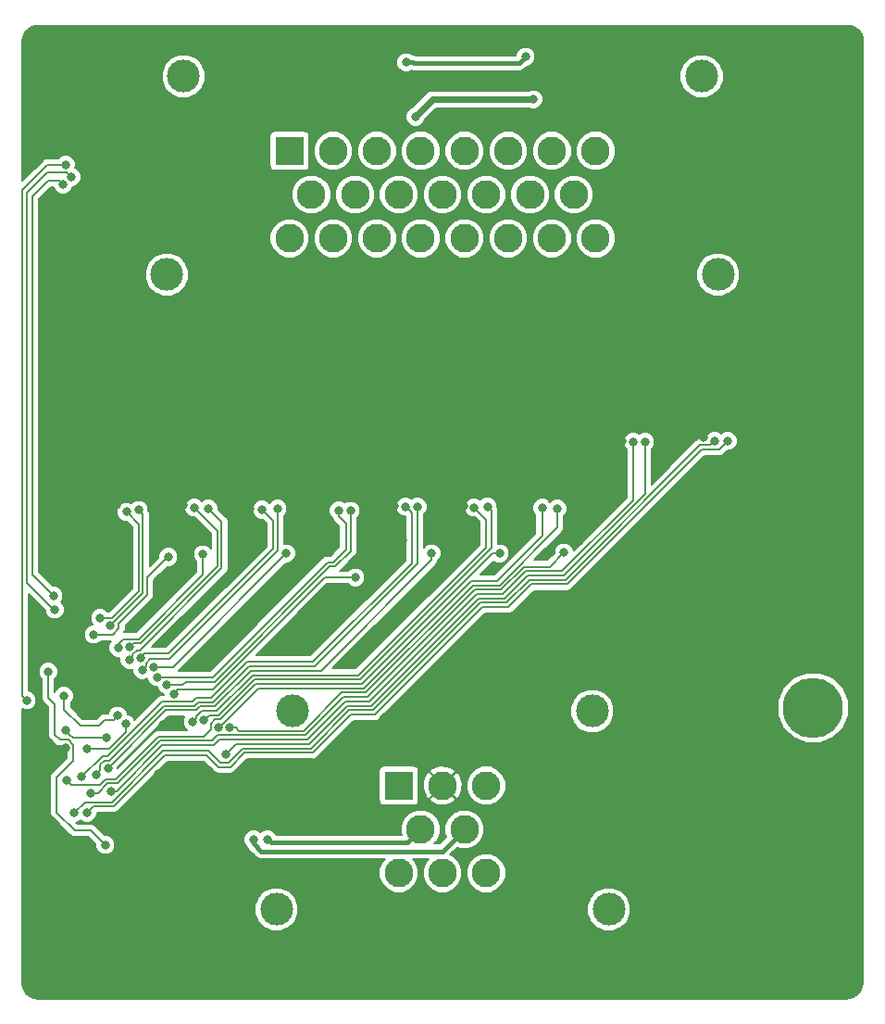
<source format=gbl>
G04 #@! TF.GenerationSoftware,KiCad,Pcbnew,(5.0.2-dirty)*
G04 #@! TF.CreationDate,2019-07-23T12:22:05+03:00*
G04 #@! TF.ProjectId,ccu,6363752e-6b69-4636-9164-5f7063625858,rev?*
G04 #@! TF.SameCoordinates,Original*
G04 #@! TF.FileFunction,Copper,L2,Bot*
G04 #@! TF.FilePolarity,Positive*
%FSLAX46Y46*%
G04 Gerber Fmt 4.6, Leading zero omitted, Abs format (unit mm)*
G04 Created by KiCad (PCBNEW (5.0.2-dirty)) date ti 23. heinäkuuta 2019 12.22.05*
%MOMM*%
%LPD*%
G01*
G04 APERTURE LIST*
G04 #@! TA.AperFunction,ComponentPad*
%ADD10R,2.623820X2.623820*%
G04 #@! TD*
G04 #@! TA.AperFunction,ComponentPad*
%ADD11C,2.623820*%
G04 #@! TD*
G04 #@! TA.AperFunction,ComponentPad*
%ADD12C,2.999740*%
G04 #@! TD*
G04 #@! TA.AperFunction,WasherPad*
%ADD13C,5.500000*%
G04 #@! TD*
G04 #@! TA.AperFunction,ViaPad*
%ADD14C,0.800000*%
G04 #@! TD*
G04 #@! TA.AperFunction,Conductor*
%ADD15C,0.200000*%
G04 #@! TD*
G04 #@! TA.AperFunction,Conductor*
%ADD16C,0.400000*%
G04 #@! TD*
G04 #@! TA.AperFunction,Conductor*
%ADD17C,0.600000*%
G04 #@! TD*
G04 APERTURE END LIST*
D10*
G04 #@! TO.P,J102,1*
G04 #@! TO.N,/J1_1*
X164002040Y-119002040D03*
D11*
G04 #@! TO.P,J102,2*
G04 #@! TO.N,GND*
X168000000Y-119002040D03*
G04 #@! TO.P,J102,3*
G04 #@! TO.N,/J1_1*
X171997960Y-119002040D03*
G04 #@! TO.P,J102,4*
G04 #@! TO.N,/J1_4*
X166001020Y-123000000D03*
G04 #@! TO.P,J102,5*
G04 #@! TO.N,/J1_5*
X169998980Y-123000000D03*
G04 #@! TO.P,J102,6*
G04 #@! TO.N,/J1_6*
X164002040Y-126997960D03*
G04 #@! TO.P,J102,7*
G04 #@! TO.N,/J1_7*
X168000000Y-126997960D03*
G04 #@! TO.P,J102,8*
G04 #@! TO.N,/J1_8*
X171997960Y-126997960D03*
D12*
G04 #@! TO.P,J102,9*
G04 #@! TO.N,N/C*
X154301780Y-112202460D03*
G04 #@! TO.P,J102,10*
X181698220Y-112202460D03*
G04 #@! TO.P,J102,11*
X183199360Y-130299960D03*
G04 #@! TO.P,J102,12*
X152800640Y-130299960D03*
G04 #@! TD*
D10*
G04 #@! TO.P,J101,1*
G04 #@! TO.N,Net-(J101-Pad1)*
X154002060Y-61002040D03*
D11*
G04 #@! TO.P,J101,2*
G04 #@! TO.N,Net-(J101-Pad2)*
X158000020Y-61002040D03*
G04 #@! TO.P,J101,3*
G04 #@! TO.N,/Sheet5D0526C8/PRESS_IN*
X162000520Y-61002040D03*
G04 #@! TO.P,J101,4*
G04 #@! TO.N,/Sheet5D0526C8/PRESS_VDD*
X166001020Y-61002040D03*
G04 #@! TO.P,J101,5*
G04 #@! TO.N,/Sheet5AF25530/CAN2H*
X169998980Y-61002040D03*
G04 #@! TO.P,J101,6*
G04 #@! TO.N,/Sheet5AF25530/CAN2L*
X173999480Y-61002040D03*
G04 #@! TO.P,J101,7*
G04 #@! TO.N,/Sheet5AF2E226/OUT1*
X177999980Y-61002040D03*
G04 #@! TO.P,J101,8*
X181997940Y-61002040D03*
G04 #@! TO.P,J101,9*
G04 #@! TO.N,/Sheet5AF2EB88/OUT1*
X156001040Y-65000000D03*
G04 #@! TO.P,J101,10*
G04 #@! TO.N,/Sheet5AF65DC5/OUT1*
X160001540Y-65000000D03*
G04 #@! TO.P,J101,11*
G04 #@! TO.N,/Sheet5AF66333/OUT1*
X164002040Y-65000000D03*
G04 #@! TO.P,J101,12*
G04 #@! TO.N,/Sheet5AF66EB2/OUT1*
X168000000Y-65000000D03*
G04 #@! TO.P,J101,13*
G04 #@! TO.N,/Sheet5AF67111/OUT1*
X171997960Y-65000000D03*
G04 #@! TO.P,J101,14*
G04 #@! TO.N,/Sheet5B0F1C63/OUT1*
X175998460Y-65000000D03*
G04 #@! TO.P,J101,15*
G04 #@! TO.N,/Sheet5B10443E/OUT1*
X179998960Y-65000000D03*
G04 #@! TO.P,J101,16*
G04 #@! TO.N,/Sheet5AF2EB88/OUT2*
X154002060Y-68997960D03*
G04 #@! TO.P,J101,17*
G04 #@! TO.N,/Sheet5AF65DC5/OUT2*
X158000020Y-68997960D03*
G04 #@! TO.P,J101,18*
G04 #@! TO.N,/Sheet5AF66333/OUT2*
X162000520Y-68997960D03*
G04 #@! TO.P,J101,19*
G04 #@! TO.N,/Sheet5AF66EB2/OUT2*
X166001020Y-68997960D03*
G04 #@! TO.P,J101,20*
G04 #@! TO.N,/Sheet5AF67111/OUT2*
X169998980Y-68997960D03*
G04 #@! TO.P,J101,21*
G04 #@! TO.N,/Sheet5B0F1C63/OUT2*
X173999480Y-68997960D03*
G04 #@! TO.P,J101,22*
G04 #@! TO.N,/Sheet5B10443E/OUT2*
X177999980Y-68997960D03*
G04 #@! TO.P,J101,23*
G04 #@! TO.N,/Sheet5AFC3BF6/OUT1*
X181997940Y-68997960D03*
D12*
G04 #@! TO.P,J101,24*
G04 #@! TO.N,N/C*
X144301800Y-54202460D03*
G04 #@! TO.P,J101,25*
X191698200Y-54202460D03*
G04 #@! TO.P,J101,26*
X142800660Y-72299960D03*
G04 #@! TO.P,J101,27*
X193199340Y-72299960D03*
G04 #@! TD*
D13*
G04 #@! TO.P,REF\002A\002A,*
G04 #@! TO.N,*
X201900000Y-111900000D03*
G04 #@! TD*
D14*
G04 #@! TO.N,GND*
X154800000Y-119650000D03*
X142550000Y-124850000D03*
X144450000Y-122250000D03*
X148200000Y-119250000D03*
X157550000Y-79650000D03*
X132600000Y-88500000D03*
X164050000Y-62650000D03*
X174050000Y-63300000D03*
X182900000Y-66350000D03*
X175350000Y-54650000D03*
X175300000Y-58700000D03*
X161650000Y-57500000D03*
X148050000Y-56050000D03*
X149950000Y-50200000D03*
X130600000Y-50550000D03*
X140300000Y-56050000D03*
X132800000Y-69900000D03*
X145700000Y-71200000D03*
X153550000Y-66400000D03*
X149650000Y-73550000D03*
X151100000Y-78450000D03*
X181400000Y-75200000D03*
X163900000Y-78100000D03*
X169900000Y-76450000D03*
X176700000Y-74400000D03*
X132650000Y-100100000D03*
X142450000Y-113450000D03*
X139250000Y-128850000D03*
X130050000Y-127950000D03*
X134350000Y-126900000D03*
X135150000Y-138050000D03*
X145450000Y-137900000D03*
X155500000Y-133650000D03*
X155550000Y-136100000D03*
X169050000Y-137100000D03*
X177050000Y-130900000D03*
X182050000Y-137100000D03*
X183800000Y-125250000D03*
X195100000Y-114250000D03*
X177100000Y-117500000D03*
X205150000Y-136900000D03*
X205000000Y-121500000D03*
X205250000Y-103950000D03*
X204300000Y-90900000D03*
X202200000Y-88800000D03*
X205200000Y-73700000D03*
X202450000Y-72000000D03*
X197800000Y-62350000D03*
X206000000Y-69700000D03*
X205550000Y-59100000D03*
X194450000Y-50300000D03*
X205350000Y-50700000D03*
X164362120Y-96599330D03*
X191894984Y-87200989D03*
X170854482Y-96592682D03*
X175299007Y-92601979D03*
X142012607Y-117925214D03*
X169905351Y-93487533D03*
X163602014Y-93454736D03*
X157400990Y-97100990D03*
X151300990Y-96199830D03*
X171000000Y-130200000D03*
X153300000Y-126800000D03*
X153200000Y-117700000D03*
X132700000Y-131500000D03*
X147000000Y-133400000D03*
X158900000Y-132100000D03*
X165500000Y-130500000D03*
X177200000Y-125500000D03*
X154900000Y-52800000D03*
X166300000Y-55500000D03*
X170400000Y-50400000D03*
X167300000Y-51700000D03*
X138300000Y-79800000D03*
X143800000Y-80934700D03*
X150200000Y-81100000D03*
X156500000Y-80934700D03*
X162800000Y-80934700D03*
X169300000Y-80934700D03*
X175700000Y-80934700D03*
X181200000Y-79900000D03*
X186000000Y-82827100D03*
X193700000Y-82827100D03*
X195400000Y-87500000D03*
X187700000Y-87500000D03*
X184400000Y-87500000D03*
X145300000Y-96638200D03*
X156800000Y-93700000D03*
X150400000Y-93700000D03*
X144300000Y-93400000D03*
X138200000Y-93400000D03*
X138900000Y-96638200D03*
X180500000Y-96638200D03*
X130200000Y-112400000D03*
X130100000Y-118900000D03*
X188100000Y-52350000D03*
X133300000Y-107900000D03*
X135300000Y-106400000D03*
X139400000Y-121050000D03*
X135192296Y-112515599D03*
X133534391Y-115572927D03*
X192100000Y-125050000D03*
X196150000Y-137050000D03*
X193000000Y-133700000D03*
X179150000Y-136350000D03*
G04 #@! TO.N,+3V3*
X137249992Y-114650000D03*
X133502660Y-113977606D03*
G04 #@! TO.N,+5V*
X175600000Y-52400000D03*
X164700000Y-52935000D03*
G04 #@! TO.N,VDD*
X176300000Y-56300000D03*
X165500000Y-57900000D03*
G04 #@! TO.N,/lpc1549/OUT1_SENSE*
X142900000Y-98114500D03*
X136100000Y-105200000D03*
G04 #@! TO.N,/lpc1549/OUT2_SENSE*
X146100000Y-97885972D03*
X138339017Y-106400956D03*
G04 #@! TO.N,/lpc1549/OUT3_SENSE*
X153700000Y-97800000D03*
X141566176Y-108158413D03*
G04 #@! TO.N,/lpc1549/OUT4_SENSE*
X160000000Y-100000000D03*
X143400000Y-110603957D03*
G04 #@! TO.N,/lpc1549/OUT5_SENSE*
X167000000Y-97800000D03*
X137400000Y-117400000D03*
G04 #@! TO.N,/lpc1549/OUT6_SENSE*
X173200000Y-97800000D03*
X133600000Y-118500000D03*
G04 #@! TO.N,/lpc1549/OUT7_SENSE*
X179100000Y-97700000D03*
X135800000Y-119700000D03*
G04 #@! TO.N,/lpc1549/OUT8_SENSE*
X137700000Y-119500000D03*
X185400000Y-87600000D03*
G04 #@! TO.N,/J1_4*
X152000000Y-123900000D03*
G04 #@! TO.N,/J1_5*
X150700000Y-123900000D03*
G04 #@! TO.N,/lpc1549/BOOM_VDD*
X135500000Y-121500000D03*
X194100000Y-87500000D03*
G04 #@! TO.N,/lpc1549/BOOM_VDD_SENSE*
X134300000Y-121500000D03*
X192900000Y-87500000D03*
G04 #@! TO.N,/Sheet5AF2EB88/IN1*
X137600000Y-104400000D03*
X140200000Y-93800000D03*
G04 #@! TO.N,/Sheet5AF2EB88/IN2*
X139087327Y-93999062D03*
X136700000Y-103700000D03*
G04 #@! TO.N,/Sheet5AF65DC5/IN1*
X146600000Y-93700000D03*
X139376748Y-107494059D03*
G04 #@! TO.N,/Sheet5AF65DC5/IN2*
X139339311Y-106339311D03*
X145280800Y-93600000D03*
G04 #@! TO.N,/Sheet5AFC3BF6/IN1*
X148142669Y-116166092D03*
X186500000Y-87600000D03*
G04 #@! TO.N,/Sheet5AF66333/IN1*
X140528162Y-108450010D03*
X152900000Y-93700000D03*
G04 #@! TO.N,/Sheet5AF66333/IN2*
X140363523Y-107338174D03*
X151500000Y-93780800D03*
G04 #@! TO.N,/Sheet5AF66EB2/IN1*
X159569900Y-93900000D03*
X142800000Y-109800000D03*
G04 #@! TO.N,/Sheet5AF66EB2/IN2*
X141900000Y-109100000D03*
X158500000Y-93850700D03*
G04 #@! TO.N,/Sheet5AF67111/IN1*
X165700000Y-93500000D03*
X136300000Y-118000000D03*
G04 #@! TO.N,/Sheet5AF67111/IN2*
X164600000Y-93500000D03*
X135000000Y-118200000D03*
G04 #@! TO.N,/Sheet5B0F1C63/IN1*
X146149583Y-113041731D03*
X172100000Y-93500000D03*
G04 #@! TO.N,/Sheet5B0F1C63/IN2*
X145156719Y-113152330D03*
X170900000Y-93580800D03*
G04 #@! TO.N,/Sheet5B10443E/IN1*
X178500000Y-93700000D03*
X148526913Y-113701334D03*
G04 #@! TO.N,/Sheet5B10443E/IN2*
X177100000Y-93600000D03*
X147487460Y-113660894D03*
G04 #@! TO.N,/Sheet5AF25530/SPI_SCK*
X135450000Y-115600000D03*
X138999010Y-113363683D03*
G04 #@! TO.N,/Sheet5AF25530/SPI_CS*
X138300000Y-112600000D03*
X133400000Y-110767911D03*
G04 #@! TO.N,/Sheet5AF25530/SPI_RESET*
X137150000Y-124400000D03*
X131950000Y-108600000D03*
G04 #@! TO.N,/lpc1549/CIN1*
X132400000Y-101650000D03*
X133300000Y-64100000D03*
G04 #@! TO.N,/lpc1549/AIN1*
X134050000Y-63400000D03*
X132550000Y-102900000D03*
G04 #@! TO.N,/lpc1549/AIN2*
X129950000Y-111200000D03*
X133550000Y-62300000D03*
G04 #@! TD*
D15*
G04 #@! TO.N,+3V3*
X137249992Y-114650000D02*
X134175054Y-114650000D01*
X134175054Y-114650000D02*
X133902659Y-114377605D01*
X133902659Y-114377605D02*
X133502660Y-113977606D01*
D16*
G04 #@! TO.N,+5V*
X165330685Y-53000000D02*
X175000000Y-53000000D01*
X175000000Y-53000000D02*
X175600000Y-52400000D01*
X164700000Y-52935000D02*
X165265685Y-52935000D01*
X165265685Y-52935000D02*
X165330685Y-53000000D01*
D17*
G04 #@! TO.N,VDD*
X165500000Y-57900000D02*
X167100000Y-56300000D01*
X167100000Y-56300000D02*
X176300000Y-56300000D01*
D15*
G04 #@! TO.N,/lpc1549/OUT1_SENSE*
X138400000Y-104164285D02*
X140999010Y-101565275D01*
X138400000Y-104650000D02*
X138400000Y-104164285D01*
X137850000Y-105200000D02*
X138400000Y-104650000D01*
X136100000Y-105200000D02*
X137850000Y-105200000D01*
X140999010Y-101565275D02*
X140999010Y-100000990D01*
X140999010Y-100000990D02*
X142885500Y-98114500D01*
X142885500Y-98114500D02*
X142900000Y-98114500D01*
G04 #@! TO.N,/lpc1549/OUT2_SENSE*
X138800000Y-105600000D02*
X140200000Y-105600000D01*
X138339017Y-106400956D02*
X138339017Y-106060983D01*
X146100000Y-99700000D02*
X146100000Y-97885972D01*
X138339017Y-106060983D02*
X138800000Y-105600000D01*
X140200000Y-105600000D02*
X146100000Y-99700000D01*
G04 #@! TO.N,/lpc1549/OUT3_SENSE*
X141566176Y-108158413D02*
X143341587Y-108158413D01*
X143341587Y-108158413D02*
X153700000Y-97800000D01*
G04 #@! TO.N,/lpc1549/OUT4_SENSE*
X143799999Y-110203958D02*
X146996042Y-110203958D01*
X143400000Y-110603957D02*
X143799999Y-110203958D01*
X146996042Y-110203958D02*
X157200000Y-100000000D01*
X157200000Y-100000000D02*
X159434315Y-100000000D01*
X159434315Y-100000000D02*
X160000000Y-100000000D01*
G04 #@! TO.N,/lpc1549/OUT5_SENSE*
X145827644Y-111764860D02*
X147171721Y-111764860D01*
X145491515Y-112100989D02*
X145827644Y-111764860D01*
X167000000Y-98365685D02*
X167000000Y-97800000D01*
X137400000Y-117400000D02*
X142699011Y-112100989D01*
X156861727Y-108503958D02*
X167000000Y-98365685D01*
X147171721Y-111764860D02*
X150432623Y-108503958D01*
X150432623Y-108503958D02*
X156861727Y-108503958D01*
X142699011Y-112100989D02*
X145491515Y-112100989D01*
G04 #@! TO.N,/lpc1549/OUT6_SENSE*
X147151939Y-112961893D02*
X147667546Y-112961893D01*
X150928449Y-109700990D02*
X160646175Y-109700990D01*
X160646175Y-109700990D02*
X172547167Y-97800000D01*
X136701193Y-118899999D02*
X137199204Y-118401988D01*
X146147582Y-114501979D02*
X146788459Y-113861102D01*
X138140870Y-118401988D02*
X142040878Y-114501979D01*
X142040878Y-114501979D02*
X146147582Y-114501979D01*
X172547167Y-97800000D02*
X172634315Y-97800000D01*
X133600000Y-118500000D02*
X133999999Y-118899999D01*
X133999999Y-118899999D02*
X136701193Y-118899999D01*
X146788459Y-113861102D02*
X146788459Y-113325373D01*
X137199204Y-118401988D02*
X138140870Y-118401988D01*
X172634315Y-97800000D02*
X173200000Y-97800000D01*
X146788459Y-113325373D02*
X147151939Y-112961893D01*
X147667546Y-112961893D02*
X150928449Y-109700990D01*
G04 #@! TO.N,/lpc1549/OUT7_SENSE*
X161142002Y-110898018D02*
X170941010Y-101099010D01*
X135800000Y-119700000D02*
X136465478Y-119700000D01*
X146934725Y-114900989D02*
X147435373Y-114400341D01*
X142206153Y-114900989D02*
X146934725Y-114900989D01*
X136465478Y-119700000D02*
X137364479Y-118800999D01*
X147435373Y-114400341D02*
X155463944Y-114400341D01*
X137364479Y-118800999D02*
X138306143Y-118800999D01*
X170941010Y-101099010D02*
X173365275Y-101099010D01*
X158966267Y-110898018D02*
X161142002Y-110898018D01*
X138306143Y-118800999D02*
X142206153Y-114900989D01*
X173365275Y-101099010D02*
X175464285Y-99000000D01*
X155463944Y-114400341D02*
X158966267Y-110898018D01*
X175464285Y-99000000D02*
X177800000Y-99000000D01*
X177800000Y-99000000D02*
X179100000Y-97700000D01*
G04 #@! TO.N,/lpc1549/OUT8_SENSE*
X173530552Y-101498019D02*
X175626593Y-99401978D01*
X161307278Y-111297028D02*
X171106287Y-101498019D01*
X185400000Y-88165685D02*
X185400000Y-87600000D01*
X155629220Y-114799351D02*
X159131542Y-111297029D01*
X178898022Y-99401978D02*
X185400000Y-92900000D01*
X142371428Y-115300000D02*
X147100001Y-115299999D01*
X137700000Y-119500000D02*
X138171428Y-119500000D01*
X138171428Y-119500000D02*
X142371428Y-115300000D01*
X159131542Y-111297029D02*
X161307278Y-111297028D01*
X147100001Y-115299999D02*
X147600648Y-114799352D01*
X147600648Y-114799352D02*
X155629220Y-114799351D01*
X175626593Y-99401978D02*
X178898022Y-99401978D01*
X185400000Y-92900000D02*
X185400000Y-88165685D01*
X171106287Y-101498019D02*
X173530552Y-101498019D01*
D16*
G04 #@! TO.N,/J1_4*
X153800000Y-124200000D02*
X152300000Y-124200000D01*
X152300000Y-124200000D02*
X152000000Y-123900000D01*
X166001020Y-123000000D02*
X164801020Y-124200000D01*
X164801020Y-124200000D02*
X153800000Y-124200000D01*
G04 #@! TO.N,/J1_5*
X151400000Y-125000000D02*
X150700000Y-124300000D01*
X150700000Y-124300000D02*
X150700000Y-123900000D01*
X155100000Y-125000000D02*
X151400000Y-125000000D01*
X167998980Y-125000000D02*
X155100000Y-125000000D01*
X169998980Y-123000000D02*
X167998980Y-125000000D01*
D15*
G04 #@! TO.N,/lpc1549/BOOM_VDD*
X156125044Y-115996384D02*
X159627366Y-112494061D01*
X149867900Y-115996384D02*
X156125044Y-115996384D01*
X161803102Y-112494061D02*
X171602111Y-102695051D01*
X159627366Y-112494061D02*
X161803102Y-112494061D01*
X148565275Y-117299010D02*
X149867900Y-115996384D01*
X191693845Y-88299009D02*
X193300991Y-88299009D01*
X147534725Y-117299010D02*
X148565275Y-117299010D01*
X146434726Y-116199010D02*
X147534725Y-117299010D01*
X136100000Y-120900000D02*
X137900000Y-120900000D01*
X135500000Y-121500000D02*
X136100000Y-120900000D01*
X137900000Y-120900000D02*
X142600990Y-116199010D01*
X142600990Y-116199010D02*
X146434726Y-116199010D01*
X193300991Y-88299009D02*
X194100000Y-87500000D01*
X171602111Y-102695051D02*
X174026377Y-102695051D01*
X179365278Y-100599007D02*
X179393848Y-100599007D01*
X174026377Y-102695051D02*
X176122417Y-100599010D01*
X176122417Y-100599010D02*
X179365275Y-100599010D01*
X179365275Y-100599010D02*
X179365278Y-100599007D01*
X179393848Y-100599007D02*
X191693845Y-88299009D01*
G04 #@! TO.N,/lpc1549/BOOM_VDD_SENSE*
X159462092Y-112095051D02*
X161637827Y-112095051D01*
X192500001Y-87899999D02*
X192900000Y-87500000D01*
X191528571Y-87899999D02*
X192500001Y-87899999D01*
X179228573Y-100199997D02*
X191528571Y-87899999D01*
X179200000Y-100200000D02*
X179200003Y-100199997D01*
X175957143Y-100200000D02*
X179200000Y-100200000D01*
X173861102Y-102296041D02*
X175957143Y-100200000D01*
X161637827Y-112095051D02*
X171436837Y-102296041D01*
X171436837Y-102296041D02*
X173861102Y-102296041D01*
X142435714Y-115800000D02*
X146600000Y-115800000D01*
X155959769Y-115597374D02*
X159462092Y-112095051D01*
X137734725Y-120500989D02*
X142435714Y-115800000D01*
X135299011Y-120500989D02*
X137734725Y-120500989D01*
X179200003Y-100199997D02*
X179228573Y-100199997D01*
X148400000Y-116900000D02*
X149702626Y-115597374D01*
X134300000Y-121500000D02*
X135299011Y-120500989D01*
X149702626Y-115597374D02*
X155959769Y-115597374D01*
X146600000Y-115800000D02*
X147700000Y-116900000D01*
X147700000Y-116900000D02*
X148400000Y-116900000D01*
G04 #@! TO.N,/Sheet5AF2EB88/IN1*
X140600000Y-94200000D02*
X140200000Y-93800000D01*
X137600000Y-104400000D02*
X140600000Y-101400000D01*
X140600000Y-101400000D02*
X140600000Y-94200000D01*
G04 #@! TO.N,/Sheet5AF2EB88/IN2*
X136700000Y-103700000D02*
X137735716Y-103700000D01*
X137735716Y-103700000D02*
X140200990Y-101234726D01*
X140200990Y-101234726D02*
X140200990Y-95112725D01*
X140200990Y-95112725D02*
X139087327Y-93999062D01*
G04 #@! TO.N,/Sheet5AF65DC5/IN1*
X140289400Y-106639172D02*
X140028001Y-106639172D01*
X139664521Y-107206286D02*
X139376748Y-107494059D01*
X139664521Y-107002652D02*
X139664521Y-107206286D01*
X147797038Y-94897038D02*
X147797038Y-99131534D01*
X140028001Y-106639172D02*
X139664521Y-107002652D01*
X146600000Y-93700000D02*
X147797038Y-94897038D01*
X147797038Y-99131534D02*
X140289400Y-106639172D01*
G04 #@! TO.N,/Sheet5AF65DC5/IN2*
X145280800Y-93600000D02*
X147398032Y-95717232D01*
X139679611Y-105999011D02*
X139339311Y-106339311D01*
X147398032Y-98966254D02*
X140365275Y-105999011D01*
X140365275Y-105999011D02*
X139679611Y-105999011D01*
X147398032Y-95717232D02*
X147398032Y-98966254D01*
G04 #@! TO.N,/Sheet5AFC3BF6/IN1*
X171271562Y-101897030D02*
X161472552Y-111696040D01*
X173695827Y-101897030D02*
X171271562Y-101897030D01*
X179063297Y-99800989D02*
X175791868Y-99800989D01*
X148542668Y-115766093D02*
X148142669Y-116166092D01*
X186500000Y-92364286D02*
X179063297Y-99800989D01*
X155794494Y-115198363D02*
X149110398Y-115198363D01*
X175791868Y-99800989D02*
X173695827Y-101897030D01*
X159296817Y-111696040D02*
X155794494Y-115198363D01*
X186500000Y-87600000D02*
X186500000Y-92364286D01*
X161472552Y-111696040D02*
X159296817Y-111696040D01*
X149110398Y-115198363D02*
X148542668Y-115766093D01*
G04 #@! TO.N,/Sheet5AF66333/IN1*
X152900000Y-97548150D02*
X142988738Y-107459412D01*
X142988738Y-107459412D02*
X141230655Y-107459412D01*
X140867175Y-108110997D02*
X140528162Y-108450010D01*
X141230655Y-107459412D02*
X140867175Y-107822892D01*
X152900000Y-93700000D02*
X152900000Y-97548150D01*
X140867175Y-107822892D02*
X140867175Y-108110997D01*
G04 #@! TO.N,/Sheet5AF66333/IN2*
X152500000Y-97383864D02*
X142945689Y-106938175D01*
X142945689Y-106938175D02*
X140763522Y-106938175D01*
X151500000Y-93780800D02*
X152500000Y-94780800D01*
X140763522Y-106938175D02*
X140363523Y-107338174D01*
X152500000Y-94780800D02*
X152500000Y-97383864D01*
G04 #@! TO.N,/Sheet5AF66EB2/IN1*
X142800000Y-109800000D02*
X144205356Y-109800000D01*
X157654954Y-98980760D02*
X158183526Y-98980760D01*
X144205356Y-109800000D02*
X144506346Y-109499010D01*
X144506346Y-109499010D02*
X147136704Y-109499010D01*
X159569900Y-97594386D02*
X159569900Y-94465685D01*
X159569900Y-94465685D02*
X159569900Y-93900000D01*
X158183526Y-98980760D02*
X159569900Y-97594386D01*
X147136704Y-109499010D02*
X157654954Y-98980760D01*
G04 #@! TO.N,/Sheet5AF66EB2/IN2*
X157489679Y-98581750D02*
X158018249Y-98581750D01*
X158500000Y-94416385D02*
X158500000Y-93850700D01*
X159150000Y-95066385D02*
X158500000Y-94416385D01*
X159150000Y-97449999D02*
X159150000Y-95066385D01*
X158018249Y-98581750D02*
X159150000Y-97449999D01*
X141900000Y-109100000D02*
X146971429Y-109100000D01*
X146971429Y-109100000D02*
X157489679Y-98581750D01*
G04 #@! TO.N,/Sheet5AF67111/IN1*
X147006447Y-111365848D02*
X150267348Y-108104947D01*
X137100992Y-116699011D02*
X137536705Y-116699011D01*
X156330770Y-108104946D02*
X165700000Y-98735716D01*
X145662369Y-111365849D02*
X147006447Y-111365848D01*
X150267348Y-108104947D02*
X156330770Y-108104946D01*
X145326241Y-111701977D02*
X145662369Y-111365849D01*
X142533738Y-111701978D02*
X145326241Y-111701977D01*
X136300000Y-118000000D02*
X136699999Y-117600001D01*
X136699999Y-117600001D02*
X136699999Y-117100004D01*
X137536705Y-116699011D02*
X142533738Y-111701978D01*
X136699999Y-117100004D02*
X137100992Y-116699011D01*
X165700000Y-98735716D02*
X165700000Y-94065685D01*
X165700000Y-94065685D02*
X165700000Y-93500000D01*
G04 #@! TO.N,/Sheet5AF67111/IN2*
X156165494Y-107705936D02*
X165200000Y-98671430D01*
X142397034Y-111302968D02*
X145160964Y-111302968D01*
X150102073Y-107705936D02*
X156165494Y-107705936D01*
X135000000Y-118200000D02*
X136900000Y-116300000D01*
X146841171Y-110966838D02*
X150102073Y-107705936D01*
X142368461Y-111302969D02*
X142397034Y-111302968D01*
X145160964Y-111302968D02*
X145497094Y-110966838D01*
X136900000Y-116300000D02*
X137371430Y-116300000D01*
X145497094Y-110966838D02*
X146841171Y-110966838D01*
X137371430Y-116300000D02*
X142368461Y-111302969D01*
X165200000Y-98671430D02*
X165200000Y-94100000D01*
X165200000Y-94100000D02*
X164999999Y-93899999D01*
X164999999Y-93899999D02*
X164600000Y-93500000D01*
G04 #@! TO.N,/Sheet5B0F1C63/IN1*
X172100000Y-93500000D02*
X172499999Y-93899999D01*
X160480900Y-109301979D02*
X150763174Y-109301979D01*
X146628432Y-112562882D02*
X146549582Y-112641732D01*
X150763174Y-109301979D02*
X147502271Y-112562882D01*
X172499999Y-93899999D02*
X172499999Y-97282880D01*
X172499999Y-97282880D02*
X160480900Y-109301979D01*
X147502271Y-112562882D02*
X146628432Y-112562882D01*
X146549582Y-112641732D02*
X146149583Y-113041731D01*
G04 #@! TO.N,/Sheet5B0F1C63/IN2*
X160315625Y-108902968D02*
X150597898Y-108902969D01*
X150597898Y-108902969D02*
X147336996Y-112163871D01*
X170900000Y-93580800D02*
X172000000Y-94680800D01*
X145992919Y-112163871D02*
X145450581Y-112706209D01*
X172000000Y-94680800D02*
X172000000Y-97218596D01*
X172000000Y-97218596D02*
X160315625Y-108902968D01*
X147336996Y-112163871D02*
X145992919Y-112163871D01*
X145450581Y-112706209D02*
X145450581Y-112858468D01*
X145450581Y-112858468D02*
X145156719Y-113152330D01*
G04 #@! TO.N,/Sheet5B10443E/IN1*
X173200000Y-100700000D02*
X178500000Y-95400000D01*
X149092598Y-113701334D02*
X148526913Y-113701334D01*
X149392597Y-114001333D02*
X149092598Y-113701334D01*
X158800990Y-110499010D02*
X155298667Y-114001333D01*
X155298667Y-114001333D02*
X149392597Y-114001333D01*
X160976725Y-110499010D02*
X158800990Y-110499010D01*
X170775736Y-100700000D02*
X173200000Y-100700000D01*
X170775736Y-100700000D02*
X160976725Y-110499010D01*
X178500000Y-95400000D02*
X178500000Y-93700000D01*
G04 #@! TO.N,/Sheet5B10443E/IN2*
X147568340Y-113660894D02*
X147487460Y-113660894D01*
X177100000Y-93600000D02*
X177100000Y-96200000D01*
X173000000Y-100300000D02*
X170611451Y-100300000D01*
X177100000Y-96200000D02*
X173000000Y-100300000D01*
X160811450Y-110099999D02*
X151129235Y-110099999D01*
X151129235Y-110099999D02*
X147568340Y-113660894D01*
X170611451Y-100300000D02*
X160811450Y-110099999D01*
G04 #@! TO.N,/Sheet5AF25530/SPI_SCK*
X138999010Y-113929368D02*
X138999010Y-113363683D01*
X137500000Y-115600000D02*
X138999010Y-114100990D01*
X138999010Y-114100990D02*
X138999010Y-113929368D01*
X135450000Y-115600000D02*
X137500000Y-115600000D01*
G04 #@! TO.N,/Sheet5AF25530/SPI_CS*
X137900001Y-112999999D02*
X137100001Y-112999999D01*
X138300000Y-112600000D02*
X137900001Y-112999999D01*
X137100001Y-112999999D02*
X136600000Y-113500000D01*
X136600000Y-113500000D02*
X134850000Y-113500000D01*
X133400000Y-112050000D02*
X133400000Y-110767911D01*
X134850000Y-113500000D02*
X133400000Y-112050000D01*
G04 #@! TO.N,/Sheet5AF25530/SPI_RESET*
X132550000Y-114350000D02*
X132550000Y-111600000D01*
X131950000Y-111000000D02*
X131950000Y-108600000D01*
X133000000Y-114800000D02*
X132550000Y-114350000D01*
X132550000Y-111600000D02*
X131950000Y-111000000D01*
X133750000Y-114800000D02*
X133000000Y-114800000D01*
X134250000Y-115300000D02*
X133750000Y-114800000D01*
X135850000Y-123100000D02*
X134350000Y-123100000D01*
X137150000Y-124400000D02*
X135850000Y-123100000D01*
X134350000Y-123100000D02*
X132700000Y-121450000D01*
X132700000Y-118250000D02*
X134250000Y-116700000D01*
X132700000Y-121450000D02*
X132700000Y-118250000D01*
X134250000Y-116700000D02*
X134250000Y-115300000D01*
G04 #@! TO.N,/lpc1549/CIN1*
X132400000Y-101650000D02*
X130450000Y-99700000D01*
X130450000Y-99700000D02*
X130450000Y-65200000D01*
X130450000Y-65200000D02*
X131900000Y-63750000D01*
X131900000Y-63750000D02*
X132950000Y-63750000D01*
X132950000Y-63750000D02*
X133300000Y-64100000D01*
G04 #@! TO.N,/lpc1549/AIN1*
X133650001Y-63000001D02*
X131799999Y-63000001D01*
X134050000Y-63400000D02*
X133650001Y-63000001D01*
X131799999Y-63000001D02*
X129950000Y-64850000D01*
X129950000Y-64850000D02*
X129950000Y-100450000D01*
X129950000Y-100450000D02*
X132400000Y-102900000D01*
X132400000Y-102900000D02*
X132550000Y-102900000D01*
G04 #@! TO.N,/lpc1549/AIN2*
X132984315Y-62300000D02*
X133550000Y-62300000D01*
X131850000Y-62300000D02*
X132984315Y-62300000D01*
X129950000Y-111200000D02*
X129550001Y-110800001D01*
X129550001Y-110800001D02*
X129550001Y-64599999D01*
X129550001Y-64599999D02*
X131850000Y-62300000D01*
G04 #@! TD*
G04 #@! TO.N,GND*
G36*
X205405390Y-49613668D02*
X205778196Y-49783171D01*
X206088437Y-50050493D01*
X206311183Y-50394149D01*
X206433972Y-50804724D01*
X206450001Y-51020426D01*
X206450000Y-136960819D01*
X206386333Y-137405390D01*
X206216828Y-137778197D01*
X205949507Y-138088437D01*
X205605851Y-138311183D01*
X205195276Y-138433972D01*
X204979588Y-138450000D01*
X131037561Y-138450000D01*
X130594610Y-138386565D01*
X130221803Y-138217060D01*
X129911563Y-137949739D01*
X129688817Y-137606083D01*
X129566028Y-137195508D01*
X129550000Y-136979820D01*
X129550000Y-129902161D01*
X150800770Y-129902161D01*
X150800770Y-130697759D01*
X151105232Y-131432795D01*
X151667805Y-131995368D01*
X152402841Y-132299830D01*
X153198439Y-132299830D01*
X153933475Y-131995368D01*
X154496048Y-131432795D01*
X154800510Y-130697759D01*
X154800510Y-129902161D01*
X181199490Y-129902161D01*
X181199490Y-130697759D01*
X181503952Y-131432795D01*
X182066525Y-131995368D01*
X182801561Y-132299830D01*
X183597159Y-132299830D01*
X184332195Y-131995368D01*
X184894768Y-131432795D01*
X185199230Y-130697759D01*
X185199230Y-129902161D01*
X184894768Y-129167125D01*
X184332195Y-128604552D01*
X183597159Y-128300090D01*
X182801561Y-128300090D01*
X182066525Y-128604552D01*
X181503952Y-129167125D01*
X181199490Y-129902161D01*
X154800510Y-129902161D01*
X154496048Y-129167125D01*
X153933475Y-128604552D01*
X153198439Y-128300090D01*
X152402841Y-128300090D01*
X151667805Y-128604552D01*
X151105232Y-129167125D01*
X150800770Y-129902161D01*
X129550000Y-129902161D01*
X129550000Y-112008467D01*
X129770979Y-112100000D01*
X130129021Y-112100000D01*
X130459809Y-111962983D01*
X130712983Y-111709809D01*
X130850000Y-111379021D01*
X130850000Y-111020979D01*
X130712983Y-110690191D01*
X130459809Y-110437017D01*
X130150001Y-110308690D01*
X130150001Y-108420979D01*
X131050000Y-108420979D01*
X131050000Y-108779021D01*
X131187017Y-109109809D01*
X131350001Y-109272793D01*
X131350000Y-110940913D01*
X131338247Y-111000000D01*
X131350000Y-111059086D01*
X131350000Y-111059090D01*
X131384813Y-111234107D01*
X131517425Y-111432575D01*
X131567521Y-111466048D01*
X131950001Y-111848529D01*
X131950000Y-114290914D01*
X131938247Y-114350000D01*
X131950000Y-114409086D01*
X131950000Y-114409090D01*
X131984813Y-114584107D01*
X132117425Y-114782575D01*
X132167521Y-114816048D01*
X132533952Y-115182480D01*
X132567425Y-115232575D01*
X132617519Y-115266047D01*
X132643594Y-115283470D01*
X132765892Y-115365187D01*
X132940909Y-115400000D01*
X132940913Y-115400000D01*
X132999999Y-115411753D01*
X133059086Y-115400000D01*
X133501473Y-115400000D01*
X133650001Y-115548528D01*
X133650000Y-116451472D01*
X132317520Y-117783953D01*
X132267426Y-117817425D01*
X132233954Y-117867519D01*
X132233953Y-117867520D01*
X132134814Y-118015892D01*
X132088247Y-118250000D01*
X132100001Y-118309091D01*
X132100000Y-121390914D01*
X132088247Y-121450000D01*
X132100000Y-121509086D01*
X132100000Y-121509090D01*
X132134813Y-121684107D01*
X132267425Y-121882575D01*
X132317522Y-121916049D01*
X133883952Y-123482480D01*
X133917425Y-123532575D01*
X134115892Y-123665187D01*
X134290909Y-123700000D01*
X134290913Y-123700000D01*
X134349999Y-123711753D01*
X134409085Y-123700000D01*
X135601473Y-123700000D01*
X136250000Y-124348528D01*
X136250000Y-124579021D01*
X136387017Y-124909809D01*
X136640191Y-125162983D01*
X136970979Y-125300000D01*
X137329021Y-125300000D01*
X137659809Y-125162983D01*
X137912983Y-124909809D01*
X138050000Y-124579021D01*
X138050000Y-124220979D01*
X137912983Y-123890191D01*
X137743771Y-123720979D01*
X149800000Y-123720979D01*
X149800000Y-124079021D01*
X149937017Y-124409809D01*
X150025787Y-124498579D01*
X150040615Y-124573125D01*
X150195329Y-124804670D01*
X150253774Y-124843722D01*
X150856279Y-125446229D01*
X150895329Y-125504671D01*
X150953771Y-125543721D01*
X150953772Y-125543722D01*
X151056995Y-125612693D01*
X151126874Y-125659385D01*
X151331060Y-125700000D01*
X151331064Y-125700000D01*
X151399999Y-125713712D01*
X151468934Y-125700000D01*
X162737573Y-125700000D01*
X162465977Y-125971596D01*
X162190130Y-126637549D01*
X162190130Y-127358371D01*
X162465977Y-128024324D01*
X162975676Y-128534023D01*
X163641629Y-128809870D01*
X164362451Y-128809870D01*
X165028404Y-128534023D01*
X165538103Y-128024324D01*
X165813950Y-127358371D01*
X165813950Y-126637549D01*
X165538103Y-125971596D01*
X165266507Y-125700000D01*
X166735533Y-125700000D01*
X166463937Y-125971596D01*
X166188090Y-126637549D01*
X166188090Y-127358371D01*
X166463937Y-128024324D01*
X166973636Y-128534023D01*
X167639589Y-128809870D01*
X168360411Y-128809870D01*
X169026364Y-128534023D01*
X169536063Y-128024324D01*
X169811910Y-127358371D01*
X169811910Y-126637549D01*
X170186050Y-126637549D01*
X170186050Y-127358371D01*
X170461897Y-128024324D01*
X170971596Y-128534023D01*
X171637549Y-128809870D01*
X172358371Y-128809870D01*
X173024324Y-128534023D01*
X173534023Y-128024324D01*
X173809870Y-127358371D01*
X173809870Y-126637549D01*
X173534023Y-125971596D01*
X173024324Y-125461897D01*
X172358371Y-125186050D01*
X171637549Y-125186050D01*
X170971596Y-125461897D01*
X170461897Y-125971596D01*
X170186050Y-126637549D01*
X169811910Y-126637549D01*
X169536063Y-125971596D01*
X169026364Y-125461897D01*
X168673282Y-125315646D01*
X169312204Y-124676725D01*
X169638569Y-124811910D01*
X170359391Y-124811910D01*
X171025344Y-124536063D01*
X171535043Y-124026364D01*
X171810890Y-123360411D01*
X171810890Y-122639589D01*
X171535043Y-121973636D01*
X171025344Y-121463937D01*
X170359391Y-121188090D01*
X169638569Y-121188090D01*
X168972616Y-121463937D01*
X168462917Y-121973636D01*
X168187070Y-122639589D01*
X168187070Y-123360411D01*
X168322255Y-123686776D01*
X167709032Y-124300000D01*
X167263447Y-124300000D01*
X167537083Y-124026364D01*
X167812930Y-123360411D01*
X167812930Y-122639589D01*
X167537083Y-121973636D01*
X167027384Y-121463937D01*
X166361431Y-121188090D01*
X165640609Y-121188090D01*
X164974656Y-121463937D01*
X164464957Y-121973636D01*
X164189110Y-122639589D01*
X164189110Y-123360411D01*
X164246930Y-123500000D01*
X152808467Y-123500000D01*
X152762983Y-123390191D01*
X152509809Y-123137017D01*
X152179021Y-123000000D01*
X151820979Y-123000000D01*
X151490191Y-123137017D01*
X151350000Y-123277208D01*
X151209809Y-123137017D01*
X150879021Y-123000000D01*
X150520979Y-123000000D01*
X150190191Y-123137017D01*
X149937017Y-123390191D01*
X149800000Y-123720979D01*
X137743771Y-123720979D01*
X137659809Y-123637017D01*
X137329021Y-123500000D01*
X137098528Y-123500000D01*
X136316049Y-122717521D01*
X136282575Y-122667425D01*
X136084108Y-122534813D01*
X135909091Y-122500000D01*
X135909086Y-122500000D01*
X135850000Y-122488247D01*
X135790914Y-122500000D01*
X134598528Y-122500000D01*
X134492814Y-122394287D01*
X134809809Y-122262983D01*
X134900000Y-122172792D01*
X134990191Y-122262983D01*
X135320979Y-122400000D01*
X135679021Y-122400000D01*
X136009809Y-122262983D01*
X136262983Y-122009809D01*
X136400000Y-121679021D01*
X136400000Y-121500000D01*
X137840914Y-121500000D01*
X137900000Y-121511753D01*
X137959086Y-121500000D01*
X137959091Y-121500000D01*
X138134108Y-121465187D01*
X138332575Y-121332575D01*
X138366049Y-121282478D01*
X142849518Y-116799010D01*
X146186199Y-116799010D01*
X147068678Y-117681491D01*
X147102150Y-117731585D01*
X147300617Y-117864197D01*
X147475634Y-117899010D01*
X147475638Y-117899010D01*
X147534724Y-117910763D01*
X147593810Y-117899010D01*
X148506188Y-117899010D01*
X148565275Y-117910763D01*
X148624361Y-117899010D01*
X148624366Y-117899010D01*
X148799383Y-117864197D01*
X148997850Y-117731585D01*
X149025549Y-117690130D01*
X162180335Y-117690130D01*
X162180335Y-120313950D01*
X162219141Y-120509040D01*
X162329650Y-120674430D01*
X162495040Y-120784939D01*
X162690130Y-120823745D01*
X165313950Y-120823745D01*
X165509040Y-120784939D01*
X165674430Y-120674430D01*
X165784939Y-120509040D01*
X165823745Y-120313950D01*
X165823745Y-120223496D01*
X166785615Y-120223496D01*
X166918170Y-120499556D01*
X167573595Y-120799563D01*
X168293936Y-120825913D01*
X168969527Y-120574595D01*
X169081830Y-120499556D01*
X169214385Y-120223496D01*
X168000000Y-119009111D01*
X166785615Y-120223496D01*
X165823745Y-120223496D01*
X165823745Y-119295976D01*
X166176127Y-119295976D01*
X166427445Y-119971567D01*
X166502484Y-120083870D01*
X166778544Y-120216425D01*
X167992929Y-119002040D01*
X168007071Y-119002040D01*
X169221456Y-120216425D01*
X169497516Y-120083870D01*
X169797523Y-119428445D01*
X169823873Y-118708104D01*
X169799145Y-118641629D01*
X170186050Y-118641629D01*
X170186050Y-119362451D01*
X170461897Y-120028404D01*
X170971596Y-120538103D01*
X171637549Y-120813950D01*
X172358371Y-120813950D01*
X173024324Y-120538103D01*
X173534023Y-120028404D01*
X173809870Y-119362451D01*
X173809870Y-118641629D01*
X173534023Y-117975676D01*
X173024324Y-117465977D01*
X172358371Y-117190130D01*
X171637549Y-117190130D01*
X170971596Y-117465977D01*
X170461897Y-117975676D01*
X170186050Y-118641629D01*
X169799145Y-118641629D01*
X169572555Y-118032513D01*
X169497516Y-117920210D01*
X169221456Y-117787655D01*
X168007071Y-119002040D01*
X167992929Y-119002040D01*
X166778544Y-117787655D01*
X166502484Y-117920210D01*
X166202477Y-118575635D01*
X166176127Y-119295976D01*
X165823745Y-119295976D01*
X165823745Y-117780584D01*
X166785615Y-117780584D01*
X168000000Y-118994969D01*
X169214385Y-117780584D01*
X169081830Y-117504524D01*
X168426405Y-117204517D01*
X167706064Y-117178167D01*
X167030473Y-117429485D01*
X166918170Y-117504524D01*
X166785615Y-117780584D01*
X165823745Y-117780584D01*
X165823745Y-117690130D01*
X165784939Y-117495040D01*
X165674430Y-117329650D01*
X165509040Y-117219141D01*
X165313950Y-117180335D01*
X162690130Y-117180335D01*
X162495040Y-117219141D01*
X162329650Y-117329650D01*
X162219141Y-117495040D01*
X162180335Y-117690130D01*
X149025549Y-117690130D01*
X149031324Y-117681488D01*
X150116428Y-116596384D01*
X156065958Y-116596384D01*
X156125044Y-116608137D01*
X156184130Y-116596384D01*
X156184135Y-116596384D01*
X156359152Y-116561571D01*
X156557619Y-116428959D01*
X156591093Y-116378862D01*
X159875894Y-113094061D01*
X161744016Y-113094061D01*
X161803102Y-113105814D01*
X161862188Y-113094061D01*
X161862193Y-113094061D01*
X162037210Y-113059248D01*
X162235677Y-112926636D01*
X162269151Y-112876539D01*
X163341029Y-111804661D01*
X179698350Y-111804661D01*
X179698350Y-112600259D01*
X180002812Y-113335295D01*
X180565385Y-113897868D01*
X181300421Y-114202330D01*
X182096019Y-114202330D01*
X182831055Y-113897868D01*
X183393628Y-113335295D01*
X183698090Y-112600259D01*
X183698090Y-111804661D01*
X183469807Y-111253535D01*
X198650000Y-111253535D01*
X198650000Y-112546465D01*
X199144783Y-113740977D01*
X200059023Y-114655217D01*
X201253535Y-115150000D01*
X202546465Y-115150000D01*
X203740977Y-114655217D01*
X204655217Y-113740977D01*
X205150000Y-112546465D01*
X205150000Y-111253535D01*
X204655217Y-110059023D01*
X203740977Y-109144783D01*
X202546465Y-108650000D01*
X201253535Y-108650000D01*
X200059023Y-109144783D01*
X199144783Y-110059023D01*
X198650000Y-111253535D01*
X183469807Y-111253535D01*
X183393628Y-111069625D01*
X182831055Y-110507052D01*
X182096019Y-110202590D01*
X181300421Y-110202590D01*
X180565385Y-110507052D01*
X180002812Y-111069625D01*
X179698350Y-111804661D01*
X163341029Y-111804661D01*
X171850639Y-103295051D01*
X173967291Y-103295051D01*
X174026377Y-103306804D01*
X174085463Y-103295051D01*
X174085468Y-103295051D01*
X174260485Y-103260238D01*
X174458952Y-103127626D01*
X174492426Y-103077529D01*
X176370945Y-101199010D01*
X179306189Y-101199010D01*
X179365275Y-101210763D01*
X179379569Y-101207920D01*
X179393848Y-101210760D01*
X179452934Y-101199007D01*
X179452939Y-101199007D01*
X179627956Y-101164194D01*
X179826423Y-101031582D01*
X179859897Y-100981485D01*
X191942373Y-88899009D01*
X193241905Y-88899009D01*
X193300991Y-88910762D01*
X193360077Y-88899009D01*
X193360082Y-88899009D01*
X193535099Y-88864196D01*
X193733566Y-88731584D01*
X193767039Y-88681488D01*
X194048527Y-88400000D01*
X194279021Y-88400000D01*
X194609809Y-88262983D01*
X194862983Y-88009809D01*
X195000000Y-87679021D01*
X195000000Y-87320979D01*
X194862983Y-86990191D01*
X194609809Y-86737017D01*
X194279021Y-86600000D01*
X193920979Y-86600000D01*
X193590191Y-86737017D01*
X193500000Y-86827208D01*
X193409809Y-86737017D01*
X193079021Y-86600000D01*
X192720979Y-86600000D01*
X192390191Y-86737017D01*
X192137017Y-86990191D01*
X192008690Y-87299999D01*
X191587657Y-87299999D01*
X191528571Y-87288246D01*
X191469484Y-87299999D01*
X191469480Y-87299999D01*
X191294463Y-87334812D01*
X191294461Y-87334813D01*
X191294462Y-87334813D01*
X191165506Y-87420979D01*
X191095996Y-87467424D01*
X191062524Y-87517518D01*
X187100000Y-91480042D01*
X187100000Y-88272792D01*
X187262983Y-88109809D01*
X187400000Y-87779021D01*
X187400000Y-87420979D01*
X187262983Y-87090191D01*
X187009809Y-86837017D01*
X186679021Y-86700000D01*
X186320979Y-86700000D01*
X185990191Y-86837017D01*
X185950000Y-86877208D01*
X185909809Y-86837017D01*
X185579021Y-86700000D01*
X185220979Y-86700000D01*
X184890191Y-86837017D01*
X184637017Y-87090191D01*
X184500000Y-87420979D01*
X184500000Y-87779021D01*
X184637017Y-88109809D01*
X184800001Y-88272793D01*
X184800000Y-92651472D01*
X179979642Y-97471831D01*
X179862983Y-97190191D01*
X179609809Y-96937017D01*
X179279021Y-96800000D01*
X178920979Y-96800000D01*
X178590191Y-96937017D01*
X178337017Y-97190191D01*
X178200000Y-97520979D01*
X178200000Y-97751472D01*
X177551473Y-98400000D01*
X176348528Y-98400000D01*
X178882482Y-95866046D01*
X178932575Y-95832575D01*
X179065187Y-95634108D01*
X179100000Y-95459091D01*
X179100000Y-95459087D01*
X179111753Y-95400000D01*
X179100000Y-95340914D01*
X179100000Y-94372792D01*
X179262983Y-94209809D01*
X179400000Y-93879021D01*
X179400000Y-93520979D01*
X179262983Y-93190191D01*
X179009809Y-92937017D01*
X178679021Y-92800000D01*
X178320979Y-92800000D01*
X177990191Y-92937017D01*
X177850000Y-93077208D01*
X177609809Y-92837017D01*
X177279021Y-92700000D01*
X176920979Y-92700000D01*
X176590191Y-92837017D01*
X176337017Y-93090191D01*
X176200000Y-93420979D01*
X176200000Y-93779021D01*
X176337017Y-94109809D01*
X176500000Y-94272792D01*
X176500001Y-95951471D01*
X172751473Y-99700000D01*
X171495695Y-99700000D01*
X172661451Y-98534243D01*
X172690191Y-98562983D01*
X173020979Y-98700000D01*
X173379021Y-98700000D01*
X173709809Y-98562983D01*
X173962983Y-98309809D01*
X174100000Y-97979021D01*
X174100000Y-97620979D01*
X173962983Y-97290191D01*
X173709809Y-97037017D01*
X173379021Y-96900000D01*
X173099999Y-96900000D01*
X173099999Y-93959085D01*
X173111752Y-93899998D01*
X173099999Y-93840912D01*
X173099999Y-93840908D01*
X173065186Y-93665891D01*
X173000000Y-93568334D01*
X173000000Y-93320979D01*
X172862983Y-92990191D01*
X172609809Y-92737017D01*
X172279021Y-92600000D01*
X171920979Y-92600000D01*
X171590191Y-92737017D01*
X171459600Y-92867608D01*
X171409809Y-92817817D01*
X171079021Y-92680800D01*
X170720979Y-92680800D01*
X170390191Y-92817817D01*
X170137017Y-93070991D01*
X170000000Y-93401779D01*
X170000000Y-93759821D01*
X170137017Y-94090609D01*
X170390191Y-94343783D01*
X170720979Y-94480800D01*
X170951473Y-94480800D01*
X171400000Y-94929328D01*
X171400001Y-96970067D01*
X160067098Y-108302968D01*
X157911244Y-108302969D01*
X167382482Y-98831731D01*
X167432575Y-98798260D01*
X167476751Y-98732147D01*
X167490785Y-98711144D01*
X167565187Y-98599793D01*
X167588078Y-98484714D01*
X167762983Y-98309809D01*
X167900000Y-97979021D01*
X167900000Y-97620979D01*
X167762983Y-97290191D01*
X167509809Y-97037017D01*
X167179021Y-96900000D01*
X166820979Y-96900000D01*
X166490191Y-97037017D01*
X166300000Y-97227208D01*
X166300000Y-94172792D01*
X166462983Y-94009809D01*
X166600000Y-93679021D01*
X166600000Y-93320979D01*
X166462983Y-92990191D01*
X166209809Y-92737017D01*
X165879021Y-92600000D01*
X165520979Y-92600000D01*
X165190191Y-92737017D01*
X165150000Y-92777208D01*
X165109809Y-92737017D01*
X164779021Y-92600000D01*
X164420979Y-92600000D01*
X164090191Y-92737017D01*
X163837017Y-92990191D01*
X163700000Y-93320979D01*
X163700000Y-93679021D01*
X163837017Y-94009809D01*
X164090191Y-94262983D01*
X164420979Y-94400000D01*
X164600001Y-94400000D01*
X164600000Y-98422902D01*
X155916967Y-107105936D01*
X150942591Y-107105936D01*
X157448528Y-100600000D01*
X159327208Y-100600000D01*
X159490191Y-100762983D01*
X159820979Y-100900000D01*
X160179021Y-100900000D01*
X160509809Y-100762983D01*
X160762983Y-100509809D01*
X160900000Y-100179021D01*
X160900000Y-99820979D01*
X160762983Y-99490191D01*
X160509809Y-99237017D01*
X160179021Y-99100000D01*
X159820979Y-99100000D01*
X159490191Y-99237017D01*
X159327208Y-99400000D01*
X158625011Y-99400000D01*
X158649575Y-99363238D01*
X159952382Y-98060432D01*
X160002475Y-98026961D01*
X160135087Y-97828494D01*
X160169900Y-97653477D01*
X160169900Y-97653473D01*
X160181653Y-97594386D01*
X160169900Y-97535300D01*
X160169900Y-94572792D01*
X160332883Y-94409809D01*
X160469900Y-94079021D01*
X160469900Y-93720979D01*
X160332883Y-93390191D01*
X160079709Y-93137017D01*
X159748921Y-93000000D01*
X159390879Y-93000000D01*
X159060091Y-93137017D01*
X159059600Y-93137508D01*
X159009809Y-93087717D01*
X158679021Y-92950700D01*
X158320979Y-92950700D01*
X157990191Y-93087717D01*
X157737017Y-93340891D01*
X157600000Y-93671679D01*
X157600000Y-94029721D01*
X157737017Y-94360509D01*
X157911923Y-94535415D01*
X157934813Y-94650492D01*
X158067425Y-94848960D01*
X158117521Y-94882433D01*
X158550001Y-95314914D01*
X158550000Y-97201471D01*
X157769722Y-97981750D01*
X157548767Y-97981750D01*
X157489679Y-97969997D01*
X157430591Y-97981750D01*
X157430588Y-97981750D01*
X157297366Y-98008249D01*
X157255570Y-98016563D01*
X157107198Y-98115703D01*
X157057104Y-98149175D01*
X157023632Y-98199269D01*
X146722902Y-108500000D01*
X143848527Y-108500000D01*
X153648528Y-98700000D01*
X153879021Y-98700000D01*
X154209809Y-98562983D01*
X154462983Y-98309809D01*
X154600000Y-97979021D01*
X154600000Y-97620979D01*
X154462983Y-97290191D01*
X154209809Y-97037017D01*
X153879021Y-96900000D01*
X153520979Y-96900000D01*
X153500000Y-96908690D01*
X153500000Y-94372792D01*
X153662983Y-94209809D01*
X153800000Y-93879021D01*
X153800000Y-93520979D01*
X153662983Y-93190191D01*
X153409809Y-92937017D01*
X153079021Y-92800000D01*
X152720979Y-92800000D01*
X152390191Y-92937017D01*
X152159600Y-93167608D01*
X152009809Y-93017817D01*
X151679021Y-92880800D01*
X151320979Y-92880800D01*
X150990191Y-93017817D01*
X150737017Y-93270991D01*
X150600000Y-93601779D01*
X150600000Y-93959821D01*
X150737017Y-94290609D01*
X150990191Y-94543783D01*
X151320979Y-94680800D01*
X151551472Y-94680800D01*
X151900000Y-95029329D01*
X151900001Y-97135335D01*
X142697162Y-106338175D01*
X141438924Y-106338175D01*
X148179519Y-99597581D01*
X148229613Y-99564109D01*
X148362225Y-99365642D01*
X148397038Y-99190625D01*
X148397038Y-99190621D01*
X148408791Y-99131535D01*
X148397038Y-99072449D01*
X148397038Y-94956123D01*
X148408791Y-94897037D01*
X148397038Y-94837951D01*
X148397038Y-94837947D01*
X148362225Y-94662930D01*
X148229613Y-94464463D01*
X148179520Y-94430992D01*
X147500000Y-93751473D01*
X147500000Y-93520979D01*
X147362983Y-93190191D01*
X147109809Y-92937017D01*
X146779021Y-92800000D01*
X146420979Y-92800000D01*
X146090191Y-92937017D01*
X145990400Y-93036808D01*
X145790609Y-92837017D01*
X145459821Y-92700000D01*
X145101779Y-92700000D01*
X144770991Y-92837017D01*
X144517817Y-93090191D01*
X144380800Y-93420979D01*
X144380800Y-93779021D01*
X144517817Y-94109809D01*
X144770991Y-94362983D01*
X145101779Y-94500000D01*
X145332273Y-94500000D01*
X146798032Y-95965760D01*
X146798032Y-97311212D01*
X146609809Y-97122989D01*
X146279021Y-96985972D01*
X145920979Y-96985972D01*
X145590191Y-97122989D01*
X145337017Y-97376163D01*
X145200000Y-97706951D01*
X145200000Y-98064993D01*
X145337017Y-98395781D01*
X145500001Y-98558765D01*
X145500000Y-99451472D01*
X139951473Y-105000000D01*
X138887750Y-105000000D01*
X138965187Y-104884108D01*
X139000000Y-104709091D01*
X139000000Y-104709087D01*
X139011753Y-104650001D01*
X139000000Y-104590915D01*
X139000000Y-104412812D01*
X141381492Y-102031321D01*
X141431585Y-101997850D01*
X141564197Y-101799383D01*
X141599010Y-101624366D01*
X141599010Y-101624362D01*
X141610763Y-101565276D01*
X141599010Y-101506189D01*
X141599010Y-100249517D01*
X142834028Y-99014500D01*
X143079021Y-99014500D01*
X143409809Y-98877483D01*
X143662983Y-98624309D01*
X143800000Y-98293521D01*
X143800000Y-97935479D01*
X143662983Y-97604691D01*
X143409809Y-97351517D01*
X143079021Y-97214500D01*
X142720979Y-97214500D01*
X142390191Y-97351517D01*
X142137017Y-97604691D01*
X142000000Y-97935479D01*
X142000000Y-98151472D01*
X141200000Y-98951473D01*
X141200000Y-94259085D01*
X141211753Y-94199999D01*
X141200000Y-94140913D01*
X141200000Y-94140909D01*
X141165187Y-93965892D01*
X141100000Y-93868333D01*
X141100000Y-93620979D01*
X140962983Y-93290191D01*
X140709809Y-93037017D01*
X140379021Y-92900000D01*
X140020979Y-92900000D01*
X139690191Y-93037017D01*
X139522178Y-93205030D01*
X139266348Y-93099062D01*
X138908306Y-93099062D01*
X138577518Y-93236079D01*
X138324344Y-93489253D01*
X138187327Y-93820041D01*
X138187327Y-94178083D01*
X138324344Y-94508871D01*
X138577518Y-94762045D01*
X138908306Y-94899062D01*
X139138800Y-94899062D01*
X139600991Y-95361254D01*
X139600990Y-100986198D01*
X137487189Y-103100000D01*
X137372792Y-103100000D01*
X137209809Y-102937017D01*
X136879021Y-102800000D01*
X136520979Y-102800000D01*
X136190191Y-102937017D01*
X135937017Y-103190191D01*
X135800000Y-103520979D01*
X135800000Y-103879021D01*
X135937017Y-104209809D01*
X136027208Y-104300000D01*
X135920979Y-104300000D01*
X135590191Y-104437017D01*
X135337017Y-104690191D01*
X135200000Y-105020979D01*
X135200000Y-105379021D01*
X135337017Y-105709809D01*
X135590191Y-105962983D01*
X135920979Y-106100000D01*
X136279021Y-106100000D01*
X136609809Y-105962983D01*
X136772792Y-105800000D01*
X137667181Y-105800000D01*
X137576034Y-105891147D01*
X137439017Y-106221935D01*
X137439017Y-106579977D01*
X137576034Y-106910765D01*
X137829208Y-107163939D01*
X138159996Y-107300956D01*
X138482581Y-107300956D01*
X138476748Y-107315038D01*
X138476748Y-107673080D01*
X138613765Y-108003868D01*
X138866939Y-108257042D01*
X139197727Y-108394059D01*
X139555769Y-108394059D01*
X139628162Y-108364073D01*
X139628162Y-108629031D01*
X139765179Y-108959819D01*
X140018353Y-109212993D01*
X140349141Y-109350010D01*
X140707183Y-109350010D01*
X141000000Y-109228721D01*
X141000000Y-109279021D01*
X141137017Y-109609809D01*
X141390191Y-109862983D01*
X141720979Y-110000000D01*
X141908690Y-110000000D01*
X142037017Y-110309809D01*
X142290191Y-110562983D01*
X142500000Y-110649889D01*
X142500000Y-110702968D01*
X142456114Y-110702968D01*
X142456104Y-110702966D01*
X142427537Y-110702967D01*
X142368460Y-110691216D01*
X142309359Y-110702972D01*
X142309350Y-110702972D01*
X142260402Y-110712710D01*
X142134352Y-110737783D01*
X142134343Y-110737789D01*
X142134334Y-110737791D01*
X142056465Y-110789825D01*
X141985980Y-110836922D01*
X141985969Y-110836933D01*
X141935871Y-110870410D01*
X141902409Y-110920493D01*
X139822632Y-113000270D01*
X139761993Y-112853874D01*
X139508819Y-112600700D01*
X139200000Y-112472783D01*
X139200000Y-112420979D01*
X139062983Y-112090191D01*
X138809809Y-111837017D01*
X138479021Y-111700000D01*
X138120979Y-111700000D01*
X137790191Y-111837017D01*
X137537017Y-112090191D01*
X137408690Y-112399999D01*
X137159087Y-112399999D01*
X137100000Y-112388246D01*
X137040914Y-112399999D01*
X137040910Y-112399999D01*
X136865893Y-112434812D01*
X136667426Y-112567424D01*
X136633954Y-112617518D01*
X136351473Y-112900000D01*
X135098528Y-112900000D01*
X134000000Y-111801473D01*
X134000000Y-111440703D01*
X134162983Y-111277720D01*
X134300000Y-110946932D01*
X134300000Y-110588890D01*
X134162983Y-110258102D01*
X133909809Y-110004928D01*
X133579021Y-109867911D01*
X133220979Y-109867911D01*
X132890191Y-110004928D01*
X132637017Y-110258102D01*
X132550000Y-110468179D01*
X132550000Y-109272792D01*
X132712983Y-109109809D01*
X132850000Y-108779021D01*
X132850000Y-108420979D01*
X132712983Y-108090191D01*
X132459809Y-107837017D01*
X132129021Y-107700000D01*
X131770979Y-107700000D01*
X131440191Y-107837017D01*
X131187017Y-108090191D01*
X131050000Y-108420979D01*
X130150001Y-108420979D01*
X130150001Y-101498528D01*
X131650000Y-102998528D01*
X131650000Y-103079021D01*
X131787017Y-103409809D01*
X132040191Y-103662983D01*
X132370979Y-103800000D01*
X132729021Y-103800000D01*
X133059809Y-103662983D01*
X133312983Y-103409809D01*
X133450000Y-103079021D01*
X133450000Y-102720979D01*
X133312983Y-102390191D01*
X133122792Y-102200000D01*
X133162983Y-102159809D01*
X133300000Y-101829021D01*
X133300000Y-101470979D01*
X133162983Y-101140191D01*
X132909809Y-100887017D01*
X132579021Y-100750000D01*
X132348528Y-100750000D01*
X131050000Y-99451473D01*
X131050000Y-71902161D01*
X140800790Y-71902161D01*
X140800790Y-72697759D01*
X141105252Y-73432795D01*
X141667825Y-73995368D01*
X142402861Y-74299830D01*
X143198459Y-74299830D01*
X143933495Y-73995368D01*
X144496068Y-73432795D01*
X144800530Y-72697759D01*
X144800530Y-71902161D01*
X191199470Y-71902161D01*
X191199470Y-72697759D01*
X191503932Y-73432795D01*
X192066505Y-73995368D01*
X192801541Y-74299830D01*
X193597139Y-74299830D01*
X194332175Y-73995368D01*
X194894748Y-73432795D01*
X195199210Y-72697759D01*
X195199210Y-71902161D01*
X194894748Y-71167125D01*
X194332175Y-70604552D01*
X193597139Y-70300090D01*
X192801541Y-70300090D01*
X192066505Y-70604552D01*
X191503932Y-71167125D01*
X191199470Y-71902161D01*
X144800530Y-71902161D01*
X144496068Y-71167125D01*
X143933495Y-70604552D01*
X143198459Y-70300090D01*
X142402861Y-70300090D01*
X141667825Y-70604552D01*
X141105252Y-71167125D01*
X140800790Y-71902161D01*
X131050000Y-71902161D01*
X131050000Y-68637549D01*
X152190150Y-68637549D01*
X152190150Y-69358371D01*
X152465997Y-70024324D01*
X152975696Y-70534023D01*
X153641649Y-70809870D01*
X154362471Y-70809870D01*
X155028424Y-70534023D01*
X155538123Y-70024324D01*
X155813970Y-69358371D01*
X155813970Y-68637549D01*
X156188110Y-68637549D01*
X156188110Y-69358371D01*
X156463957Y-70024324D01*
X156973656Y-70534023D01*
X157639609Y-70809870D01*
X158360431Y-70809870D01*
X159026384Y-70534023D01*
X159536083Y-70024324D01*
X159811930Y-69358371D01*
X159811930Y-68637549D01*
X160188610Y-68637549D01*
X160188610Y-69358371D01*
X160464457Y-70024324D01*
X160974156Y-70534023D01*
X161640109Y-70809870D01*
X162360931Y-70809870D01*
X163026884Y-70534023D01*
X163536583Y-70024324D01*
X163812430Y-69358371D01*
X163812430Y-68637549D01*
X164189110Y-68637549D01*
X164189110Y-69358371D01*
X164464957Y-70024324D01*
X164974656Y-70534023D01*
X165640609Y-70809870D01*
X166361431Y-70809870D01*
X167027384Y-70534023D01*
X167537083Y-70024324D01*
X167812930Y-69358371D01*
X167812930Y-68637549D01*
X168187070Y-68637549D01*
X168187070Y-69358371D01*
X168462917Y-70024324D01*
X168972616Y-70534023D01*
X169638569Y-70809870D01*
X170359391Y-70809870D01*
X171025344Y-70534023D01*
X171535043Y-70024324D01*
X171810890Y-69358371D01*
X171810890Y-68637549D01*
X172187570Y-68637549D01*
X172187570Y-69358371D01*
X172463417Y-70024324D01*
X172973116Y-70534023D01*
X173639069Y-70809870D01*
X174359891Y-70809870D01*
X175025844Y-70534023D01*
X175535543Y-70024324D01*
X175811390Y-69358371D01*
X175811390Y-68637549D01*
X176188070Y-68637549D01*
X176188070Y-69358371D01*
X176463917Y-70024324D01*
X176973616Y-70534023D01*
X177639569Y-70809870D01*
X178360391Y-70809870D01*
X179026344Y-70534023D01*
X179536043Y-70024324D01*
X179811890Y-69358371D01*
X179811890Y-68637549D01*
X180186030Y-68637549D01*
X180186030Y-69358371D01*
X180461877Y-70024324D01*
X180971576Y-70534023D01*
X181637529Y-70809870D01*
X182358351Y-70809870D01*
X183024304Y-70534023D01*
X183534003Y-70024324D01*
X183809850Y-69358371D01*
X183809850Y-68637549D01*
X183534003Y-67971596D01*
X183024304Y-67461897D01*
X182358351Y-67186050D01*
X181637529Y-67186050D01*
X180971576Y-67461897D01*
X180461877Y-67971596D01*
X180186030Y-68637549D01*
X179811890Y-68637549D01*
X179536043Y-67971596D01*
X179026344Y-67461897D01*
X178360391Y-67186050D01*
X177639569Y-67186050D01*
X176973616Y-67461897D01*
X176463917Y-67971596D01*
X176188070Y-68637549D01*
X175811390Y-68637549D01*
X175535543Y-67971596D01*
X175025844Y-67461897D01*
X174359891Y-67186050D01*
X173639069Y-67186050D01*
X172973116Y-67461897D01*
X172463417Y-67971596D01*
X172187570Y-68637549D01*
X171810890Y-68637549D01*
X171535043Y-67971596D01*
X171025344Y-67461897D01*
X170359391Y-67186050D01*
X169638569Y-67186050D01*
X168972616Y-67461897D01*
X168462917Y-67971596D01*
X168187070Y-68637549D01*
X167812930Y-68637549D01*
X167537083Y-67971596D01*
X167027384Y-67461897D01*
X166361431Y-67186050D01*
X165640609Y-67186050D01*
X164974656Y-67461897D01*
X164464957Y-67971596D01*
X164189110Y-68637549D01*
X163812430Y-68637549D01*
X163536583Y-67971596D01*
X163026884Y-67461897D01*
X162360931Y-67186050D01*
X161640109Y-67186050D01*
X160974156Y-67461897D01*
X160464457Y-67971596D01*
X160188610Y-68637549D01*
X159811930Y-68637549D01*
X159536083Y-67971596D01*
X159026384Y-67461897D01*
X158360431Y-67186050D01*
X157639609Y-67186050D01*
X156973656Y-67461897D01*
X156463957Y-67971596D01*
X156188110Y-68637549D01*
X155813970Y-68637549D01*
X155538123Y-67971596D01*
X155028424Y-67461897D01*
X154362471Y-67186050D01*
X153641649Y-67186050D01*
X152975696Y-67461897D01*
X152465997Y-67971596D01*
X152190150Y-68637549D01*
X131050000Y-68637549D01*
X131050000Y-65448527D01*
X132148528Y-64350000D01*
X132429400Y-64350000D01*
X132537017Y-64609809D01*
X132790191Y-64862983D01*
X133120979Y-65000000D01*
X133479021Y-65000000D01*
X133809809Y-64862983D01*
X134033203Y-64639589D01*
X154189130Y-64639589D01*
X154189130Y-65360411D01*
X154464977Y-66026364D01*
X154974676Y-66536063D01*
X155640629Y-66811910D01*
X156361451Y-66811910D01*
X157027404Y-66536063D01*
X157537103Y-66026364D01*
X157812950Y-65360411D01*
X157812950Y-64639589D01*
X158189630Y-64639589D01*
X158189630Y-65360411D01*
X158465477Y-66026364D01*
X158975176Y-66536063D01*
X159641129Y-66811910D01*
X160361951Y-66811910D01*
X161027904Y-66536063D01*
X161537603Y-66026364D01*
X161813450Y-65360411D01*
X161813450Y-64639589D01*
X162190130Y-64639589D01*
X162190130Y-65360411D01*
X162465977Y-66026364D01*
X162975676Y-66536063D01*
X163641629Y-66811910D01*
X164362451Y-66811910D01*
X165028404Y-66536063D01*
X165538103Y-66026364D01*
X165813950Y-65360411D01*
X165813950Y-64639589D01*
X166188090Y-64639589D01*
X166188090Y-65360411D01*
X166463937Y-66026364D01*
X166973636Y-66536063D01*
X167639589Y-66811910D01*
X168360411Y-66811910D01*
X169026364Y-66536063D01*
X169536063Y-66026364D01*
X169811910Y-65360411D01*
X169811910Y-64639589D01*
X170186050Y-64639589D01*
X170186050Y-65360411D01*
X170461897Y-66026364D01*
X170971596Y-66536063D01*
X171637549Y-66811910D01*
X172358371Y-66811910D01*
X173024324Y-66536063D01*
X173534023Y-66026364D01*
X173809870Y-65360411D01*
X173809870Y-64639589D01*
X174186550Y-64639589D01*
X174186550Y-65360411D01*
X174462397Y-66026364D01*
X174972096Y-66536063D01*
X175638049Y-66811910D01*
X176358871Y-66811910D01*
X177024824Y-66536063D01*
X177534523Y-66026364D01*
X177810370Y-65360411D01*
X177810370Y-64639589D01*
X178187050Y-64639589D01*
X178187050Y-65360411D01*
X178462897Y-66026364D01*
X178972596Y-66536063D01*
X179638549Y-66811910D01*
X180359371Y-66811910D01*
X181025324Y-66536063D01*
X181535023Y-66026364D01*
X181810870Y-65360411D01*
X181810870Y-64639589D01*
X181535023Y-63973636D01*
X181025324Y-63463937D01*
X180359371Y-63188090D01*
X179638549Y-63188090D01*
X178972596Y-63463937D01*
X178462897Y-63973636D01*
X178187050Y-64639589D01*
X177810370Y-64639589D01*
X177534523Y-63973636D01*
X177024824Y-63463937D01*
X176358871Y-63188090D01*
X175638049Y-63188090D01*
X174972096Y-63463937D01*
X174462397Y-63973636D01*
X174186550Y-64639589D01*
X173809870Y-64639589D01*
X173534023Y-63973636D01*
X173024324Y-63463937D01*
X172358371Y-63188090D01*
X171637549Y-63188090D01*
X170971596Y-63463937D01*
X170461897Y-63973636D01*
X170186050Y-64639589D01*
X169811910Y-64639589D01*
X169536063Y-63973636D01*
X169026364Y-63463937D01*
X168360411Y-63188090D01*
X167639589Y-63188090D01*
X166973636Y-63463937D01*
X166463937Y-63973636D01*
X166188090Y-64639589D01*
X165813950Y-64639589D01*
X165538103Y-63973636D01*
X165028404Y-63463937D01*
X164362451Y-63188090D01*
X163641629Y-63188090D01*
X162975676Y-63463937D01*
X162465977Y-63973636D01*
X162190130Y-64639589D01*
X161813450Y-64639589D01*
X161537603Y-63973636D01*
X161027904Y-63463937D01*
X160361951Y-63188090D01*
X159641129Y-63188090D01*
X158975176Y-63463937D01*
X158465477Y-63973636D01*
X158189630Y-64639589D01*
X157812950Y-64639589D01*
X157537103Y-63973636D01*
X157027404Y-63463937D01*
X156361451Y-63188090D01*
X155640629Y-63188090D01*
X154974676Y-63463937D01*
X154464977Y-63973636D01*
X154189130Y-64639589D01*
X134033203Y-64639589D01*
X134062983Y-64609809D01*
X134191310Y-64300000D01*
X134229021Y-64300000D01*
X134559809Y-64162983D01*
X134812983Y-63909809D01*
X134950000Y-63579021D01*
X134950000Y-63220979D01*
X134812983Y-62890191D01*
X134559809Y-62637017D01*
X134410221Y-62575056D01*
X134450000Y-62479021D01*
X134450000Y-62120979D01*
X134312983Y-61790191D01*
X134059809Y-61537017D01*
X133729021Y-61400000D01*
X133370979Y-61400000D01*
X133040191Y-61537017D01*
X132877208Y-61700000D01*
X131909088Y-61700000D01*
X131850000Y-61688247D01*
X131790912Y-61700000D01*
X131790909Y-61700000D01*
X131657687Y-61726499D01*
X131615891Y-61734813D01*
X131533013Y-61790191D01*
X131417425Y-61867425D01*
X131383953Y-61917519D01*
X129550000Y-63751473D01*
X129550000Y-59690130D01*
X152180355Y-59690130D01*
X152180355Y-62313950D01*
X152219161Y-62509040D01*
X152329670Y-62674430D01*
X152495060Y-62784939D01*
X152690150Y-62823745D01*
X155313970Y-62823745D01*
X155509060Y-62784939D01*
X155674450Y-62674430D01*
X155784959Y-62509040D01*
X155823765Y-62313950D01*
X155823765Y-60641629D01*
X156188110Y-60641629D01*
X156188110Y-61362451D01*
X156463957Y-62028404D01*
X156973656Y-62538103D01*
X157639609Y-62813950D01*
X158360431Y-62813950D01*
X159026384Y-62538103D01*
X159536083Y-62028404D01*
X159811930Y-61362451D01*
X159811930Y-60641629D01*
X160188610Y-60641629D01*
X160188610Y-61362451D01*
X160464457Y-62028404D01*
X160974156Y-62538103D01*
X161640109Y-62813950D01*
X162360931Y-62813950D01*
X163026884Y-62538103D01*
X163536583Y-62028404D01*
X163812430Y-61362451D01*
X163812430Y-60641629D01*
X164189110Y-60641629D01*
X164189110Y-61362451D01*
X164464957Y-62028404D01*
X164974656Y-62538103D01*
X165640609Y-62813950D01*
X166361431Y-62813950D01*
X167027384Y-62538103D01*
X167537083Y-62028404D01*
X167812930Y-61362451D01*
X167812930Y-60641629D01*
X168187070Y-60641629D01*
X168187070Y-61362451D01*
X168462917Y-62028404D01*
X168972616Y-62538103D01*
X169638569Y-62813950D01*
X170359391Y-62813950D01*
X171025344Y-62538103D01*
X171535043Y-62028404D01*
X171810890Y-61362451D01*
X171810890Y-60641629D01*
X172187570Y-60641629D01*
X172187570Y-61362451D01*
X172463417Y-62028404D01*
X172973116Y-62538103D01*
X173639069Y-62813950D01*
X174359891Y-62813950D01*
X175025844Y-62538103D01*
X175535543Y-62028404D01*
X175811390Y-61362451D01*
X175811390Y-60641629D01*
X176188070Y-60641629D01*
X176188070Y-61362451D01*
X176463917Y-62028404D01*
X176973616Y-62538103D01*
X177639569Y-62813950D01*
X178360391Y-62813950D01*
X179026344Y-62538103D01*
X179536043Y-62028404D01*
X179811890Y-61362451D01*
X179811890Y-60641629D01*
X180186030Y-60641629D01*
X180186030Y-61362451D01*
X180461877Y-62028404D01*
X180971576Y-62538103D01*
X181637529Y-62813950D01*
X182358351Y-62813950D01*
X183024304Y-62538103D01*
X183534003Y-62028404D01*
X183809850Y-61362451D01*
X183809850Y-60641629D01*
X183534003Y-59975676D01*
X183024304Y-59465977D01*
X182358351Y-59190130D01*
X181637529Y-59190130D01*
X180971576Y-59465977D01*
X180461877Y-59975676D01*
X180186030Y-60641629D01*
X179811890Y-60641629D01*
X179536043Y-59975676D01*
X179026344Y-59465977D01*
X178360391Y-59190130D01*
X177639569Y-59190130D01*
X176973616Y-59465977D01*
X176463917Y-59975676D01*
X176188070Y-60641629D01*
X175811390Y-60641629D01*
X175535543Y-59975676D01*
X175025844Y-59465977D01*
X174359891Y-59190130D01*
X173639069Y-59190130D01*
X172973116Y-59465977D01*
X172463417Y-59975676D01*
X172187570Y-60641629D01*
X171810890Y-60641629D01*
X171535043Y-59975676D01*
X171025344Y-59465977D01*
X170359391Y-59190130D01*
X169638569Y-59190130D01*
X168972616Y-59465977D01*
X168462917Y-59975676D01*
X168187070Y-60641629D01*
X167812930Y-60641629D01*
X167537083Y-59975676D01*
X167027384Y-59465977D01*
X166361431Y-59190130D01*
X165640609Y-59190130D01*
X164974656Y-59465977D01*
X164464957Y-59975676D01*
X164189110Y-60641629D01*
X163812430Y-60641629D01*
X163536583Y-59975676D01*
X163026884Y-59465977D01*
X162360931Y-59190130D01*
X161640109Y-59190130D01*
X160974156Y-59465977D01*
X160464457Y-59975676D01*
X160188610Y-60641629D01*
X159811930Y-60641629D01*
X159536083Y-59975676D01*
X159026384Y-59465977D01*
X158360431Y-59190130D01*
X157639609Y-59190130D01*
X156973656Y-59465977D01*
X156463957Y-59975676D01*
X156188110Y-60641629D01*
X155823765Y-60641629D01*
X155823765Y-59690130D01*
X155784959Y-59495040D01*
X155674450Y-59329650D01*
X155509060Y-59219141D01*
X155313970Y-59180335D01*
X152690150Y-59180335D01*
X152495060Y-59219141D01*
X152329670Y-59329650D01*
X152219161Y-59495040D01*
X152180355Y-59690130D01*
X129550000Y-59690130D01*
X129550000Y-57720979D01*
X164600000Y-57720979D01*
X164600000Y-58079021D01*
X164737017Y-58409809D01*
X164990191Y-58662983D01*
X165320979Y-58800000D01*
X165679021Y-58800000D01*
X166009809Y-58662983D01*
X166262983Y-58409809D01*
X166362984Y-58168386D01*
X167431370Y-57100000D01*
X175879558Y-57100000D01*
X176120979Y-57200000D01*
X176479021Y-57200000D01*
X176809809Y-57062983D01*
X177062983Y-56809809D01*
X177200000Y-56479021D01*
X177200000Y-56120979D01*
X177062983Y-55790191D01*
X176809809Y-55537017D01*
X176479021Y-55400000D01*
X176120979Y-55400000D01*
X175879558Y-55500000D01*
X167178785Y-55500000D01*
X167100000Y-55484329D01*
X167021215Y-55500000D01*
X167021211Y-55500000D01*
X166837950Y-55536453D01*
X166787855Y-55546417D01*
X166671347Y-55624266D01*
X166523233Y-55723233D01*
X166478602Y-55790028D01*
X165231614Y-57037016D01*
X164990191Y-57137017D01*
X164737017Y-57390191D01*
X164600000Y-57720979D01*
X129550000Y-57720979D01*
X129550000Y-53804661D01*
X142301930Y-53804661D01*
X142301930Y-54600259D01*
X142606392Y-55335295D01*
X143168965Y-55897868D01*
X143904001Y-56202330D01*
X144699599Y-56202330D01*
X145434635Y-55897868D01*
X145997208Y-55335295D01*
X146301670Y-54600259D01*
X146301670Y-53804661D01*
X145997208Y-53069625D01*
X145683562Y-52755979D01*
X163800000Y-52755979D01*
X163800000Y-53114021D01*
X163937017Y-53444809D01*
X164190191Y-53697983D01*
X164520979Y-53835000D01*
X164879021Y-53835000D01*
X164952265Y-53804661D01*
X189698330Y-53804661D01*
X189698330Y-54600259D01*
X190002792Y-55335295D01*
X190565365Y-55897868D01*
X191300401Y-56202330D01*
X192095999Y-56202330D01*
X192831035Y-55897868D01*
X193393608Y-55335295D01*
X193698070Y-54600259D01*
X193698070Y-53804661D01*
X193393608Y-53069625D01*
X192831035Y-52507052D01*
X192095999Y-52202590D01*
X191300401Y-52202590D01*
X190565365Y-52507052D01*
X190002792Y-53069625D01*
X189698330Y-53804661D01*
X164952265Y-53804661D01*
X165209809Y-53697983D01*
X165216743Y-53691049D01*
X165261745Y-53700000D01*
X165261750Y-53700000D01*
X165330685Y-53713712D01*
X165399620Y-53700000D01*
X174931065Y-53700000D01*
X175000000Y-53713712D01*
X175068935Y-53700000D01*
X175068940Y-53700000D01*
X175273126Y-53659385D01*
X175504671Y-53504671D01*
X175543724Y-53446224D01*
X175689948Y-53300000D01*
X175779021Y-53300000D01*
X176109809Y-53162983D01*
X176362983Y-52909809D01*
X176500000Y-52579021D01*
X176500000Y-52220979D01*
X176362983Y-51890191D01*
X176109809Y-51637017D01*
X175779021Y-51500000D01*
X175420979Y-51500000D01*
X175090191Y-51637017D01*
X174837017Y-51890191D01*
X174700000Y-52220979D01*
X174700000Y-52300000D01*
X165575306Y-52300000D01*
X165538811Y-52275615D01*
X165334625Y-52235000D01*
X165334620Y-52235000D01*
X165265685Y-52221288D01*
X165260176Y-52222384D01*
X165209809Y-52172017D01*
X164879021Y-52035000D01*
X164520979Y-52035000D01*
X164190191Y-52172017D01*
X163937017Y-52425191D01*
X163800000Y-52755979D01*
X145683562Y-52755979D01*
X145434635Y-52507052D01*
X144699599Y-52202590D01*
X143904001Y-52202590D01*
X143168965Y-52507052D01*
X142606392Y-53069625D01*
X142301930Y-53804661D01*
X129550000Y-53804661D01*
X129550000Y-51039181D01*
X129613668Y-50594610D01*
X129783171Y-50221804D01*
X130050493Y-49911563D01*
X130394149Y-49688817D01*
X130804724Y-49566028D01*
X131020412Y-49550000D01*
X204960819Y-49550000D01*
X205405390Y-49613668D01*
X205405390Y-49613668D01*
G37*
X205405390Y-49613668D02*
X205778196Y-49783171D01*
X206088437Y-50050493D01*
X206311183Y-50394149D01*
X206433972Y-50804724D01*
X206450001Y-51020426D01*
X206450000Y-136960819D01*
X206386333Y-137405390D01*
X206216828Y-137778197D01*
X205949507Y-138088437D01*
X205605851Y-138311183D01*
X205195276Y-138433972D01*
X204979588Y-138450000D01*
X131037561Y-138450000D01*
X130594610Y-138386565D01*
X130221803Y-138217060D01*
X129911563Y-137949739D01*
X129688817Y-137606083D01*
X129566028Y-137195508D01*
X129550000Y-136979820D01*
X129550000Y-129902161D01*
X150800770Y-129902161D01*
X150800770Y-130697759D01*
X151105232Y-131432795D01*
X151667805Y-131995368D01*
X152402841Y-132299830D01*
X153198439Y-132299830D01*
X153933475Y-131995368D01*
X154496048Y-131432795D01*
X154800510Y-130697759D01*
X154800510Y-129902161D01*
X181199490Y-129902161D01*
X181199490Y-130697759D01*
X181503952Y-131432795D01*
X182066525Y-131995368D01*
X182801561Y-132299830D01*
X183597159Y-132299830D01*
X184332195Y-131995368D01*
X184894768Y-131432795D01*
X185199230Y-130697759D01*
X185199230Y-129902161D01*
X184894768Y-129167125D01*
X184332195Y-128604552D01*
X183597159Y-128300090D01*
X182801561Y-128300090D01*
X182066525Y-128604552D01*
X181503952Y-129167125D01*
X181199490Y-129902161D01*
X154800510Y-129902161D01*
X154496048Y-129167125D01*
X153933475Y-128604552D01*
X153198439Y-128300090D01*
X152402841Y-128300090D01*
X151667805Y-128604552D01*
X151105232Y-129167125D01*
X150800770Y-129902161D01*
X129550000Y-129902161D01*
X129550000Y-112008467D01*
X129770979Y-112100000D01*
X130129021Y-112100000D01*
X130459809Y-111962983D01*
X130712983Y-111709809D01*
X130850000Y-111379021D01*
X130850000Y-111020979D01*
X130712983Y-110690191D01*
X130459809Y-110437017D01*
X130150001Y-110308690D01*
X130150001Y-108420979D01*
X131050000Y-108420979D01*
X131050000Y-108779021D01*
X131187017Y-109109809D01*
X131350001Y-109272793D01*
X131350000Y-110940913D01*
X131338247Y-111000000D01*
X131350000Y-111059086D01*
X131350000Y-111059090D01*
X131384813Y-111234107D01*
X131517425Y-111432575D01*
X131567521Y-111466048D01*
X131950001Y-111848529D01*
X131950000Y-114290914D01*
X131938247Y-114350000D01*
X131950000Y-114409086D01*
X131950000Y-114409090D01*
X131984813Y-114584107D01*
X132117425Y-114782575D01*
X132167521Y-114816048D01*
X132533952Y-115182480D01*
X132567425Y-115232575D01*
X132617519Y-115266047D01*
X132643594Y-115283470D01*
X132765892Y-115365187D01*
X132940909Y-115400000D01*
X132940913Y-115400000D01*
X132999999Y-115411753D01*
X133059086Y-115400000D01*
X133501473Y-115400000D01*
X133650001Y-115548528D01*
X133650000Y-116451472D01*
X132317520Y-117783953D01*
X132267426Y-117817425D01*
X132233954Y-117867519D01*
X132233953Y-117867520D01*
X132134814Y-118015892D01*
X132088247Y-118250000D01*
X132100001Y-118309091D01*
X132100000Y-121390914D01*
X132088247Y-121450000D01*
X132100000Y-121509086D01*
X132100000Y-121509090D01*
X132134813Y-121684107D01*
X132267425Y-121882575D01*
X132317522Y-121916049D01*
X133883952Y-123482480D01*
X133917425Y-123532575D01*
X134115892Y-123665187D01*
X134290909Y-123700000D01*
X134290913Y-123700000D01*
X134349999Y-123711753D01*
X134409085Y-123700000D01*
X135601473Y-123700000D01*
X136250000Y-124348528D01*
X136250000Y-124579021D01*
X136387017Y-124909809D01*
X136640191Y-125162983D01*
X136970979Y-125300000D01*
X137329021Y-125300000D01*
X137659809Y-125162983D01*
X137912983Y-124909809D01*
X138050000Y-124579021D01*
X138050000Y-124220979D01*
X137912983Y-123890191D01*
X137743771Y-123720979D01*
X149800000Y-123720979D01*
X149800000Y-124079021D01*
X149937017Y-124409809D01*
X150025787Y-124498579D01*
X150040615Y-124573125D01*
X150195329Y-124804670D01*
X150253774Y-124843722D01*
X150856279Y-125446229D01*
X150895329Y-125504671D01*
X150953771Y-125543721D01*
X150953772Y-125543722D01*
X151056995Y-125612693D01*
X151126874Y-125659385D01*
X151331060Y-125700000D01*
X151331064Y-125700000D01*
X151399999Y-125713712D01*
X151468934Y-125700000D01*
X162737573Y-125700000D01*
X162465977Y-125971596D01*
X162190130Y-126637549D01*
X162190130Y-127358371D01*
X162465977Y-128024324D01*
X162975676Y-128534023D01*
X163641629Y-128809870D01*
X164362451Y-128809870D01*
X165028404Y-128534023D01*
X165538103Y-128024324D01*
X165813950Y-127358371D01*
X165813950Y-126637549D01*
X165538103Y-125971596D01*
X165266507Y-125700000D01*
X166735533Y-125700000D01*
X166463937Y-125971596D01*
X166188090Y-126637549D01*
X166188090Y-127358371D01*
X166463937Y-128024324D01*
X166973636Y-128534023D01*
X167639589Y-128809870D01*
X168360411Y-128809870D01*
X169026364Y-128534023D01*
X169536063Y-128024324D01*
X169811910Y-127358371D01*
X169811910Y-126637549D01*
X170186050Y-126637549D01*
X170186050Y-127358371D01*
X170461897Y-128024324D01*
X170971596Y-128534023D01*
X171637549Y-128809870D01*
X172358371Y-128809870D01*
X173024324Y-128534023D01*
X173534023Y-128024324D01*
X173809870Y-127358371D01*
X173809870Y-126637549D01*
X173534023Y-125971596D01*
X173024324Y-125461897D01*
X172358371Y-125186050D01*
X171637549Y-125186050D01*
X170971596Y-125461897D01*
X170461897Y-125971596D01*
X170186050Y-126637549D01*
X169811910Y-126637549D01*
X169536063Y-125971596D01*
X169026364Y-125461897D01*
X168673282Y-125315646D01*
X169312204Y-124676725D01*
X169638569Y-124811910D01*
X170359391Y-124811910D01*
X171025344Y-124536063D01*
X171535043Y-124026364D01*
X171810890Y-123360411D01*
X171810890Y-122639589D01*
X171535043Y-121973636D01*
X171025344Y-121463937D01*
X170359391Y-121188090D01*
X169638569Y-121188090D01*
X168972616Y-121463937D01*
X168462917Y-121973636D01*
X168187070Y-122639589D01*
X168187070Y-123360411D01*
X168322255Y-123686776D01*
X167709032Y-124300000D01*
X167263447Y-124300000D01*
X167537083Y-124026364D01*
X167812930Y-123360411D01*
X167812930Y-122639589D01*
X167537083Y-121973636D01*
X167027384Y-121463937D01*
X166361431Y-121188090D01*
X165640609Y-121188090D01*
X164974656Y-121463937D01*
X164464957Y-121973636D01*
X164189110Y-122639589D01*
X164189110Y-123360411D01*
X164246930Y-123500000D01*
X152808467Y-123500000D01*
X152762983Y-123390191D01*
X152509809Y-123137017D01*
X152179021Y-123000000D01*
X151820979Y-123000000D01*
X151490191Y-123137017D01*
X151350000Y-123277208D01*
X151209809Y-123137017D01*
X150879021Y-123000000D01*
X150520979Y-123000000D01*
X150190191Y-123137017D01*
X149937017Y-123390191D01*
X149800000Y-123720979D01*
X137743771Y-123720979D01*
X137659809Y-123637017D01*
X137329021Y-123500000D01*
X137098528Y-123500000D01*
X136316049Y-122717521D01*
X136282575Y-122667425D01*
X136084108Y-122534813D01*
X135909091Y-122500000D01*
X135909086Y-122500000D01*
X135850000Y-122488247D01*
X135790914Y-122500000D01*
X134598528Y-122500000D01*
X134492814Y-122394287D01*
X134809809Y-122262983D01*
X134900000Y-122172792D01*
X134990191Y-122262983D01*
X135320979Y-122400000D01*
X135679021Y-122400000D01*
X136009809Y-122262983D01*
X136262983Y-122009809D01*
X136400000Y-121679021D01*
X136400000Y-121500000D01*
X137840914Y-121500000D01*
X137900000Y-121511753D01*
X137959086Y-121500000D01*
X137959091Y-121500000D01*
X138134108Y-121465187D01*
X138332575Y-121332575D01*
X138366049Y-121282478D01*
X142849518Y-116799010D01*
X146186199Y-116799010D01*
X147068678Y-117681491D01*
X147102150Y-117731585D01*
X147300617Y-117864197D01*
X147475634Y-117899010D01*
X147475638Y-117899010D01*
X147534724Y-117910763D01*
X147593810Y-117899010D01*
X148506188Y-117899010D01*
X148565275Y-117910763D01*
X148624361Y-117899010D01*
X148624366Y-117899010D01*
X148799383Y-117864197D01*
X148997850Y-117731585D01*
X149025549Y-117690130D01*
X162180335Y-117690130D01*
X162180335Y-120313950D01*
X162219141Y-120509040D01*
X162329650Y-120674430D01*
X162495040Y-120784939D01*
X162690130Y-120823745D01*
X165313950Y-120823745D01*
X165509040Y-120784939D01*
X165674430Y-120674430D01*
X165784939Y-120509040D01*
X165823745Y-120313950D01*
X165823745Y-120223496D01*
X166785615Y-120223496D01*
X166918170Y-120499556D01*
X167573595Y-120799563D01*
X168293936Y-120825913D01*
X168969527Y-120574595D01*
X169081830Y-120499556D01*
X169214385Y-120223496D01*
X168000000Y-119009111D01*
X166785615Y-120223496D01*
X165823745Y-120223496D01*
X165823745Y-119295976D01*
X166176127Y-119295976D01*
X166427445Y-119971567D01*
X166502484Y-120083870D01*
X166778544Y-120216425D01*
X167992929Y-119002040D01*
X168007071Y-119002040D01*
X169221456Y-120216425D01*
X169497516Y-120083870D01*
X169797523Y-119428445D01*
X169823873Y-118708104D01*
X169799145Y-118641629D01*
X170186050Y-118641629D01*
X170186050Y-119362451D01*
X170461897Y-120028404D01*
X170971596Y-120538103D01*
X171637549Y-120813950D01*
X172358371Y-120813950D01*
X173024324Y-120538103D01*
X173534023Y-120028404D01*
X173809870Y-119362451D01*
X173809870Y-118641629D01*
X173534023Y-117975676D01*
X173024324Y-117465977D01*
X172358371Y-117190130D01*
X171637549Y-117190130D01*
X170971596Y-117465977D01*
X170461897Y-117975676D01*
X170186050Y-118641629D01*
X169799145Y-118641629D01*
X169572555Y-118032513D01*
X169497516Y-117920210D01*
X169221456Y-117787655D01*
X168007071Y-119002040D01*
X167992929Y-119002040D01*
X166778544Y-117787655D01*
X166502484Y-117920210D01*
X166202477Y-118575635D01*
X166176127Y-119295976D01*
X165823745Y-119295976D01*
X165823745Y-117780584D01*
X166785615Y-117780584D01*
X168000000Y-118994969D01*
X169214385Y-117780584D01*
X169081830Y-117504524D01*
X168426405Y-117204517D01*
X167706064Y-117178167D01*
X167030473Y-117429485D01*
X166918170Y-117504524D01*
X166785615Y-117780584D01*
X165823745Y-117780584D01*
X165823745Y-117690130D01*
X165784939Y-117495040D01*
X165674430Y-117329650D01*
X165509040Y-117219141D01*
X165313950Y-117180335D01*
X162690130Y-117180335D01*
X162495040Y-117219141D01*
X162329650Y-117329650D01*
X162219141Y-117495040D01*
X162180335Y-117690130D01*
X149025549Y-117690130D01*
X149031324Y-117681488D01*
X150116428Y-116596384D01*
X156065958Y-116596384D01*
X156125044Y-116608137D01*
X156184130Y-116596384D01*
X156184135Y-116596384D01*
X156359152Y-116561571D01*
X156557619Y-116428959D01*
X156591093Y-116378862D01*
X159875894Y-113094061D01*
X161744016Y-113094061D01*
X161803102Y-113105814D01*
X161862188Y-113094061D01*
X161862193Y-113094061D01*
X162037210Y-113059248D01*
X162235677Y-112926636D01*
X162269151Y-112876539D01*
X163341029Y-111804661D01*
X179698350Y-111804661D01*
X179698350Y-112600259D01*
X180002812Y-113335295D01*
X180565385Y-113897868D01*
X181300421Y-114202330D01*
X182096019Y-114202330D01*
X182831055Y-113897868D01*
X183393628Y-113335295D01*
X183698090Y-112600259D01*
X183698090Y-111804661D01*
X183469807Y-111253535D01*
X198650000Y-111253535D01*
X198650000Y-112546465D01*
X199144783Y-113740977D01*
X200059023Y-114655217D01*
X201253535Y-115150000D01*
X202546465Y-115150000D01*
X203740977Y-114655217D01*
X204655217Y-113740977D01*
X205150000Y-112546465D01*
X205150000Y-111253535D01*
X204655217Y-110059023D01*
X203740977Y-109144783D01*
X202546465Y-108650000D01*
X201253535Y-108650000D01*
X200059023Y-109144783D01*
X199144783Y-110059023D01*
X198650000Y-111253535D01*
X183469807Y-111253535D01*
X183393628Y-111069625D01*
X182831055Y-110507052D01*
X182096019Y-110202590D01*
X181300421Y-110202590D01*
X180565385Y-110507052D01*
X180002812Y-111069625D01*
X179698350Y-111804661D01*
X163341029Y-111804661D01*
X171850639Y-103295051D01*
X173967291Y-103295051D01*
X174026377Y-103306804D01*
X174085463Y-103295051D01*
X174085468Y-103295051D01*
X174260485Y-103260238D01*
X174458952Y-103127626D01*
X174492426Y-103077529D01*
X176370945Y-101199010D01*
X179306189Y-101199010D01*
X179365275Y-101210763D01*
X179379569Y-101207920D01*
X179393848Y-101210760D01*
X179452934Y-101199007D01*
X179452939Y-101199007D01*
X179627956Y-101164194D01*
X179826423Y-101031582D01*
X179859897Y-100981485D01*
X191942373Y-88899009D01*
X193241905Y-88899009D01*
X193300991Y-88910762D01*
X193360077Y-88899009D01*
X193360082Y-88899009D01*
X193535099Y-88864196D01*
X193733566Y-88731584D01*
X193767039Y-88681488D01*
X194048527Y-88400000D01*
X194279021Y-88400000D01*
X194609809Y-88262983D01*
X194862983Y-88009809D01*
X195000000Y-87679021D01*
X195000000Y-87320979D01*
X194862983Y-86990191D01*
X194609809Y-86737017D01*
X194279021Y-86600000D01*
X193920979Y-86600000D01*
X193590191Y-86737017D01*
X193500000Y-86827208D01*
X193409809Y-86737017D01*
X193079021Y-86600000D01*
X192720979Y-86600000D01*
X192390191Y-86737017D01*
X192137017Y-86990191D01*
X192008690Y-87299999D01*
X191587657Y-87299999D01*
X191528571Y-87288246D01*
X191469484Y-87299999D01*
X191469480Y-87299999D01*
X191294463Y-87334812D01*
X191294461Y-87334813D01*
X191294462Y-87334813D01*
X191165506Y-87420979D01*
X191095996Y-87467424D01*
X191062524Y-87517518D01*
X187100000Y-91480042D01*
X187100000Y-88272792D01*
X187262983Y-88109809D01*
X187400000Y-87779021D01*
X187400000Y-87420979D01*
X187262983Y-87090191D01*
X187009809Y-86837017D01*
X186679021Y-86700000D01*
X186320979Y-86700000D01*
X185990191Y-86837017D01*
X185950000Y-86877208D01*
X185909809Y-86837017D01*
X185579021Y-86700000D01*
X185220979Y-86700000D01*
X184890191Y-86837017D01*
X184637017Y-87090191D01*
X184500000Y-87420979D01*
X184500000Y-87779021D01*
X184637017Y-88109809D01*
X184800001Y-88272793D01*
X184800000Y-92651472D01*
X179979642Y-97471831D01*
X179862983Y-97190191D01*
X179609809Y-96937017D01*
X179279021Y-96800000D01*
X178920979Y-96800000D01*
X178590191Y-96937017D01*
X178337017Y-97190191D01*
X178200000Y-97520979D01*
X178200000Y-97751472D01*
X177551473Y-98400000D01*
X176348528Y-98400000D01*
X178882482Y-95866046D01*
X178932575Y-95832575D01*
X179065187Y-95634108D01*
X179100000Y-95459091D01*
X179100000Y-95459087D01*
X179111753Y-95400000D01*
X179100000Y-95340914D01*
X179100000Y-94372792D01*
X179262983Y-94209809D01*
X179400000Y-93879021D01*
X179400000Y-93520979D01*
X179262983Y-93190191D01*
X179009809Y-92937017D01*
X178679021Y-92800000D01*
X178320979Y-92800000D01*
X177990191Y-92937017D01*
X177850000Y-93077208D01*
X177609809Y-92837017D01*
X177279021Y-92700000D01*
X176920979Y-92700000D01*
X176590191Y-92837017D01*
X176337017Y-93090191D01*
X176200000Y-93420979D01*
X176200000Y-93779021D01*
X176337017Y-94109809D01*
X176500000Y-94272792D01*
X176500001Y-95951471D01*
X172751473Y-99700000D01*
X171495695Y-99700000D01*
X172661451Y-98534243D01*
X172690191Y-98562983D01*
X173020979Y-98700000D01*
X173379021Y-98700000D01*
X173709809Y-98562983D01*
X173962983Y-98309809D01*
X174100000Y-97979021D01*
X174100000Y-97620979D01*
X173962983Y-97290191D01*
X173709809Y-97037017D01*
X173379021Y-96900000D01*
X173099999Y-96900000D01*
X173099999Y-93959085D01*
X173111752Y-93899998D01*
X173099999Y-93840912D01*
X173099999Y-93840908D01*
X173065186Y-93665891D01*
X173000000Y-93568334D01*
X173000000Y-93320979D01*
X172862983Y-92990191D01*
X172609809Y-92737017D01*
X172279021Y-92600000D01*
X171920979Y-92600000D01*
X171590191Y-92737017D01*
X171459600Y-92867608D01*
X171409809Y-92817817D01*
X171079021Y-92680800D01*
X170720979Y-92680800D01*
X170390191Y-92817817D01*
X170137017Y-93070991D01*
X170000000Y-93401779D01*
X170000000Y-93759821D01*
X170137017Y-94090609D01*
X170390191Y-94343783D01*
X170720979Y-94480800D01*
X170951473Y-94480800D01*
X171400000Y-94929328D01*
X171400001Y-96970067D01*
X160067098Y-108302968D01*
X157911244Y-108302969D01*
X167382482Y-98831731D01*
X167432575Y-98798260D01*
X167476751Y-98732147D01*
X167490785Y-98711144D01*
X167565187Y-98599793D01*
X167588078Y-98484714D01*
X167762983Y-98309809D01*
X167900000Y-97979021D01*
X167900000Y-97620979D01*
X167762983Y-97290191D01*
X167509809Y-97037017D01*
X167179021Y-96900000D01*
X166820979Y-96900000D01*
X166490191Y-97037017D01*
X166300000Y-97227208D01*
X166300000Y-94172792D01*
X166462983Y-94009809D01*
X166600000Y-93679021D01*
X166600000Y-93320979D01*
X166462983Y-92990191D01*
X166209809Y-92737017D01*
X165879021Y-92600000D01*
X165520979Y-92600000D01*
X165190191Y-92737017D01*
X165150000Y-92777208D01*
X165109809Y-92737017D01*
X164779021Y-92600000D01*
X164420979Y-92600000D01*
X164090191Y-92737017D01*
X163837017Y-92990191D01*
X163700000Y-93320979D01*
X163700000Y-93679021D01*
X163837017Y-94009809D01*
X164090191Y-94262983D01*
X164420979Y-94400000D01*
X164600001Y-94400000D01*
X164600000Y-98422902D01*
X155916967Y-107105936D01*
X150942591Y-107105936D01*
X157448528Y-100600000D01*
X159327208Y-100600000D01*
X159490191Y-100762983D01*
X159820979Y-100900000D01*
X160179021Y-100900000D01*
X160509809Y-100762983D01*
X160762983Y-100509809D01*
X160900000Y-100179021D01*
X160900000Y-99820979D01*
X160762983Y-99490191D01*
X160509809Y-99237017D01*
X160179021Y-99100000D01*
X159820979Y-99100000D01*
X159490191Y-99237017D01*
X159327208Y-99400000D01*
X158625011Y-99400000D01*
X158649575Y-99363238D01*
X159952382Y-98060432D01*
X160002475Y-98026961D01*
X160135087Y-97828494D01*
X160169900Y-97653477D01*
X160169900Y-97653473D01*
X160181653Y-97594386D01*
X160169900Y-97535300D01*
X160169900Y-94572792D01*
X160332883Y-94409809D01*
X160469900Y-94079021D01*
X160469900Y-93720979D01*
X160332883Y-93390191D01*
X160079709Y-93137017D01*
X159748921Y-93000000D01*
X159390879Y-93000000D01*
X159060091Y-93137017D01*
X159059600Y-93137508D01*
X159009809Y-93087717D01*
X158679021Y-92950700D01*
X158320979Y-92950700D01*
X157990191Y-93087717D01*
X157737017Y-93340891D01*
X157600000Y-93671679D01*
X157600000Y-94029721D01*
X157737017Y-94360509D01*
X157911923Y-94535415D01*
X157934813Y-94650492D01*
X158067425Y-94848960D01*
X158117521Y-94882433D01*
X158550001Y-95314914D01*
X158550000Y-97201471D01*
X157769722Y-97981750D01*
X157548767Y-97981750D01*
X157489679Y-97969997D01*
X157430591Y-97981750D01*
X157430588Y-97981750D01*
X157297366Y-98008249D01*
X157255570Y-98016563D01*
X157107198Y-98115703D01*
X157057104Y-98149175D01*
X157023632Y-98199269D01*
X146722902Y-108500000D01*
X143848527Y-108500000D01*
X153648528Y-98700000D01*
X153879021Y-98700000D01*
X154209809Y-98562983D01*
X154462983Y-98309809D01*
X154600000Y-97979021D01*
X154600000Y-97620979D01*
X154462983Y-97290191D01*
X154209809Y-97037017D01*
X153879021Y-96900000D01*
X153520979Y-96900000D01*
X153500000Y-96908690D01*
X153500000Y-94372792D01*
X153662983Y-94209809D01*
X153800000Y-93879021D01*
X153800000Y-93520979D01*
X153662983Y-93190191D01*
X153409809Y-92937017D01*
X153079021Y-92800000D01*
X152720979Y-92800000D01*
X152390191Y-92937017D01*
X152159600Y-93167608D01*
X152009809Y-93017817D01*
X151679021Y-92880800D01*
X151320979Y-92880800D01*
X150990191Y-93017817D01*
X150737017Y-93270991D01*
X150600000Y-93601779D01*
X150600000Y-93959821D01*
X150737017Y-94290609D01*
X150990191Y-94543783D01*
X151320979Y-94680800D01*
X151551472Y-94680800D01*
X151900000Y-95029329D01*
X151900001Y-97135335D01*
X142697162Y-106338175D01*
X141438924Y-106338175D01*
X148179519Y-99597581D01*
X148229613Y-99564109D01*
X148362225Y-99365642D01*
X148397038Y-99190625D01*
X148397038Y-99190621D01*
X148408791Y-99131535D01*
X148397038Y-99072449D01*
X148397038Y-94956123D01*
X148408791Y-94897037D01*
X148397038Y-94837951D01*
X148397038Y-94837947D01*
X148362225Y-94662930D01*
X148229613Y-94464463D01*
X148179520Y-94430992D01*
X147500000Y-93751473D01*
X147500000Y-93520979D01*
X147362983Y-93190191D01*
X147109809Y-92937017D01*
X146779021Y-92800000D01*
X146420979Y-92800000D01*
X146090191Y-92937017D01*
X145990400Y-93036808D01*
X145790609Y-92837017D01*
X145459821Y-92700000D01*
X145101779Y-92700000D01*
X144770991Y-92837017D01*
X144517817Y-93090191D01*
X144380800Y-93420979D01*
X144380800Y-93779021D01*
X144517817Y-94109809D01*
X144770991Y-94362983D01*
X145101779Y-94500000D01*
X145332273Y-94500000D01*
X146798032Y-95965760D01*
X146798032Y-97311212D01*
X146609809Y-97122989D01*
X146279021Y-96985972D01*
X145920979Y-96985972D01*
X145590191Y-97122989D01*
X145337017Y-97376163D01*
X145200000Y-97706951D01*
X145200000Y-98064993D01*
X145337017Y-98395781D01*
X145500001Y-98558765D01*
X145500000Y-99451472D01*
X139951473Y-105000000D01*
X138887750Y-105000000D01*
X138965187Y-104884108D01*
X139000000Y-104709091D01*
X139000000Y-104709087D01*
X139011753Y-104650001D01*
X139000000Y-104590915D01*
X139000000Y-104412812D01*
X141381492Y-102031321D01*
X141431585Y-101997850D01*
X141564197Y-101799383D01*
X141599010Y-101624366D01*
X141599010Y-101624362D01*
X141610763Y-101565276D01*
X141599010Y-101506189D01*
X141599010Y-100249517D01*
X142834028Y-99014500D01*
X143079021Y-99014500D01*
X143409809Y-98877483D01*
X143662983Y-98624309D01*
X143800000Y-98293521D01*
X143800000Y-97935479D01*
X143662983Y-97604691D01*
X143409809Y-97351517D01*
X143079021Y-97214500D01*
X142720979Y-97214500D01*
X142390191Y-97351517D01*
X142137017Y-97604691D01*
X142000000Y-97935479D01*
X142000000Y-98151472D01*
X141200000Y-98951473D01*
X141200000Y-94259085D01*
X141211753Y-94199999D01*
X141200000Y-94140913D01*
X141200000Y-94140909D01*
X141165187Y-93965892D01*
X141100000Y-93868333D01*
X141100000Y-93620979D01*
X140962983Y-93290191D01*
X140709809Y-93037017D01*
X140379021Y-92900000D01*
X140020979Y-92900000D01*
X139690191Y-93037017D01*
X139522178Y-93205030D01*
X139266348Y-93099062D01*
X138908306Y-93099062D01*
X138577518Y-93236079D01*
X138324344Y-93489253D01*
X138187327Y-93820041D01*
X138187327Y-94178083D01*
X138324344Y-94508871D01*
X138577518Y-94762045D01*
X138908306Y-94899062D01*
X139138800Y-94899062D01*
X139600991Y-95361254D01*
X139600990Y-100986198D01*
X137487189Y-103100000D01*
X137372792Y-103100000D01*
X137209809Y-102937017D01*
X136879021Y-102800000D01*
X136520979Y-102800000D01*
X136190191Y-102937017D01*
X135937017Y-103190191D01*
X135800000Y-103520979D01*
X135800000Y-103879021D01*
X135937017Y-104209809D01*
X136027208Y-104300000D01*
X135920979Y-104300000D01*
X135590191Y-104437017D01*
X135337017Y-104690191D01*
X135200000Y-105020979D01*
X135200000Y-105379021D01*
X135337017Y-105709809D01*
X135590191Y-105962983D01*
X135920979Y-106100000D01*
X136279021Y-106100000D01*
X136609809Y-105962983D01*
X136772792Y-105800000D01*
X137667181Y-105800000D01*
X137576034Y-105891147D01*
X137439017Y-106221935D01*
X137439017Y-106579977D01*
X137576034Y-106910765D01*
X137829208Y-107163939D01*
X138159996Y-107300956D01*
X138482581Y-107300956D01*
X138476748Y-107315038D01*
X138476748Y-107673080D01*
X138613765Y-108003868D01*
X138866939Y-108257042D01*
X139197727Y-108394059D01*
X139555769Y-108394059D01*
X139628162Y-108364073D01*
X139628162Y-108629031D01*
X139765179Y-108959819D01*
X140018353Y-109212993D01*
X140349141Y-109350010D01*
X140707183Y-109350010D01*
X141000000Y-109228721D01*
X141000000Y-109279021D01*
X141137017Y-109609809D01*
X141390191Y-109862983D01*
X141720979Y-110000000D01*
X141908690Y-110000000D01*
X142037017Y-110309809D01*
X142290191Y-110562983D01*
X142500000Y-110649889D01*
X142500000Y-110702968D01*
X142456114Y-110702968D01*
X142456104Y-110702966D01*
X142427537Y-110702967D01*
X142368460Y-110691216D01*
X142309359Y-110702972D01*
X142309350Y-110702972D01*
X142260402Y-110712710D01*
X142134352Y-110737783D01*
X142134343Y-110737789D01*
X142134334Y-110737791D01*
X142056465Y-110789825D01*
X141985980Y-110836922D01*
X141985969Y-110836933D01*
X141935871Y-110870410D01*
X141902409Y-110920493D01*
X139822632Y-113000270D01*
X139761993Y-112853874D01*
X139508819Y-112600700D01*
X139200000Y-112472783D01*
X139200000Y-112420979D01*
X139062983Y-112090191D01*
X138809809Y-111837017D01*
X138479021Y-111700000D01*
X138120979Y-111700000D01*
X137790191Y-111837017D01*
X137537017Y-112090191D01*
X137408690Y-112399999D01*
X137159087Y-112399999D01*
X137100000Y-112388246D01*
X137040914Y-112399999D01*
X137040910Y-112399999D01*
X136865893Y-112434812D01*
X136667426Y-112567424D01*
X136633954Y-112617518D01*
X136351473Y-112900000D01*
X135098528Y-112900000D01*
X134000000Y-111801473D01*
X134000000Y-111440703D01*
X134162983Y-111277720D01*
X134300000Y-110946932D01*
X134300000Y-110588890D01*
X134162983Y-110258102D01*
X133909809Y-110004928D01*
X133579021Y-109867911D01*
X133220979Y-109867911D01*
X132890191Y-110004928D01*
X132637017Y-110258102D01*
X132550000Y-110468179D01*
X132550000Y-109272792D01*
X132712983Y-109109809D01*
X132850000Y-108779021D01*
X132850000Y-108420979D01*
X132712983Y-108090191D01*
X132459809Y-107837017D01*
X132129021Y-107700000D01*
X131770979Y-107700000D01*
X131440191Y-107837017D01*
X131187017Y-108090191D01*
X131050000Y-108420979D01*
X130150001Y-108420979D01*
X130150001Y-101498528D01*
X131650000Y-102998528D01*
X131650000Y-103079021D01*
X131787017Y-103409809D01*
X132040191Y-103662983D01*
X132370979Y-103800000D01*
X132729021Y-103800000D01*
X133059809Y-103662983D01*
X133312983Y-103409809D01*
X133450000Y-103079021D01*
X133450000Y-102720979D01*
X133312983Y-102390191D01*
X133122792Y-102200000D01*
X133162983Y-102159809D01*
X133300000Y-101829021D01*
X133300000Y-101470979D01*
X133162983Y-101140191D01*
X132909809Y-100887017D01*
X132579021Y-100750000D01*
X132348528Y-100750000D01*
X131050000Y-99451473D01*
X131050000Y-71902161D01*
X140800790Y-71902161D01*
X140800790Y-72697759D01*
X141105252Y-73432795D01*
X141667825Y-73995368D01*
X142402861Y-74299830D01*
X143198459Y-74299830D01*
X143933495Y-73995368D01*
X144496068Y-73432795D01*
X144800530Y-72697759D01*
X144800530Y-71902161D01*
X191199470Y-71902161D01*
X191199470Y-72697759D01*
X191503932Y-73432795D01*
X192066505Y-73995368D01*
X192801541Y-74299830D01*
X193597139Y-74299830D01*
X194332175Y-73995368D01*
X194894748Y-73432795D01*
X195199210Y-72697759D01*
X195199210Y-71902161D01*
X194894748Y-71167125D01*
X194332175Y-70604552D01*
X193597139Y-70300090D01*
X192801541Y-70300090D01*
X192066505Y-70604552D01*
X191503932Y-71167125D01*
X191199470Y-71902161D01*
X144800530Y-71902161D01*
X144496068Y-71167125D01*
X143933495Y-70604552D01*
X143198459Y-70300090D01*
X142402861Y-70300090D01*
X141667825Y-70604552D01*
X141105252Y-71167125D01*
X140800790Y-71902161D01*
X131050000Y-71902161D01*
X131050000Y-68637549D01*
X152190150Y-68637549D01*
X152190150Y-69358371D01*
X152465997Y-70024324D01*
X152975696Y-70534023D01*
X153641649Y-70809870D01*
X154362471Y-70809870D01*
X155028424Y-70534023D01*
X155538123Y-70024324D01*
X155813970Y-69358371D01*
X155813970Y-68637549D01*
X156188110Y-68637549D01*
X156188110Y-69358371D01*
X156463957Y-70024324D01*
X156973656Y-70534023D01*
X157639609Y-70809870D01*
X158360431Y-70809870D01*
X159026384Y-70534023D01*
X159536083Y-70024324D01*
X159811930Y-69358371D01*
X159811930Y-68637549D01*
X160188610Y-68637549D01*
X160188610Y-69358371D01*
X160464457Y-70024324D01*
X160974156Y-70534023D01*
X161640109Y-70809870D01*
X162360931Y-70809870D01*
X163026884Y-70534023D01*
X163536583Y-70024324D01*
X163812430Y-69358371D01*
X163812430Y-68637549D01*
X164189110Y-68637549D01*
X164189110Y-69358371D01*
X164464957Y-70024324D01*
X164974656Y-70534023D01*
X165640609Y-70809870D01*
X166361431Y-70809870D01*
X167027384Y-70534023D01*
X167537083Y-70024324D01*
X167812930Y-69358371D01*
X167812930Y-68637549D01*
X168187070Y-68637549D01*
X168187070Y-69358371D01*
X168462917Y-70024324D01*
X168972616Y-70534023D01*
X169638569Y-70809870D01*
X170359391Y-70809870D01*
X171025344Y-70534023D01*
X171535043Y-70024324D01*
X171810890Y-69358371D01*
X171810890Y-68637549D01*
X172187570Y-68637549D01*
X172187570Y-69358371D01*
X172463417Y-70024324D01*
X172973116Y-70534023D01*
X173639069Y-70809870D01*
X174359891Y-70809870D01*
X175025844Y-70534023D01*
X175535543Y-70024324D01*
X175811390Y-69358371D01*
X175811390Y-68637549D01*
X176188070Y-68637549D01*
X176188070Y-69358371D01*
X176463917Y-70024324D01*
X176973616Y-70534023D01*
X177639569Y-70809870D01*
X178360391Y-70809870D01*
X179026344Y-70534023D01*
X179536043Y-70024324D01*
X179811890Y-69358371D01*
X179811890Y-68637549D01*
X180186030Y-68637549D01*
X180186030Y-69358371D01*
X180461877Y-70024324D01*
X180971576Y-70534023D01*
X181637529Y-70809870D01*
X182358351Y-70809870D01*
X183024304Y-70534023D01*
X183534003Y-70024324D01*
X183809850Y-69358371D01*
X183809850Y-68637549D01*
X183534003Y-67971596D01*
X183024304Y-67461897D01*
X182358351Y-67186050D01*
X181637529Y-67186050D01*
X180971576Y-67461897D01*
X180461877Y-67971596D01*
X180186030Y-68637549D01*
X179811890Y-68637549D01*
X179536043Y-67971596D01*
X179026344Y-67461897D01*
X178360391Y-67186050D01*
X177639569Y-67186050D01*
X176973616Y-67461897D01*
X176463917Y-67971596D01*
X176188070Y-68637549D01*
X175811390Y-68637549D01*
X175535543Y-67971596D01*
X175025844Y-67461897D01*
X174359891Y-67186050D01*
X173639069Y-67186050D01*
X172973116Y-67461897D01*
X172463417Y-67971596D01*
X172187570Y-68637549D01*
X171810890Y-68637549D01*
X171535043Y-67971596D01*
X171025344Y-67461897D01*
X170359391Y-67186050D01*
X169638569Y-67186050D01*
X168972616Y-67461897D01*
X168462917Y-67971596D01*
X168187070Y-68637549D01*
X167812930Y-68637549D01*
X167537083Y-67971596D01*
X167027384Y-67461897D01*
X166361431Y-67186050D01*
X165640609Y-67186050D01*
X164974656Y-67461897D01*
X164464957Y-67971596D01*
X164189110Y-68637549D01*
X163812430Y-68637549D01*
X163536583Y-67971596D01*
X163026884Y-67461897D01*
X162360931Y-67186050D01*
X161640109Y-67186050D01*
X160974156Y-67461897D01*
X160464457Y-67971596D01*
X160188610Y-68637549D01*
X159811930Y-68637549D01*
X159536083Y-67971596D01*
X159026384Y-67461897D01*
X158360431Y-67186050D01*
X157639609Y-67186050D01*
X156973656Y-67461897D01*
X156463957Y-67971596D01*
X156188110Y-68637549D01*
X155813970Y-68637549D01*
X155538123Y-67971596D01*
X155028424Y-67461897D01*
X154362471Y-67186050D01*
X153641649Y-67186050D01*
X152975696Y-67461897D01*
X152465997Y-67971596D01*
X152190150Y-68637549D01*
X131050000Y-68637549D01*
X131050000Y-65448527D01*
X132148528Y-64350000D01*
X132429400Y-64350000D01*
X132537017Y-64609809D01*
X132790191Y-64862983D01*
X133120979Y-65000000D01*
X133479021Y-65000000D01*
X133809809Y-64862983D01*
X134033203Y-64639589D01*
X154189130Y-64639589D01*
X154189130Y-65360411D01*
X154464977Y-66026364D01*
X154974676Y-66536063D01*
X155640629Y-66811910D01*
X156361451Y-66811910D01*
X157027404Y-66536063D01*
X157537103Y-66026364D01*
X157812950Y-65360411D01*
X157812950Y-64639589D01*
X158189630Y-64639589D01*
X158189630Y-65360411D01*
X158465477Y-66026364D01*
X158975176Y-66536063D01*
X159641129Y-66811910D01*
X160361951Y-66811910D01*
X161027904Y-66536063D01*
X161537603Y-66026364D01*
X161813450Y-65360411D01*
X161813450Y-64639589D01*
X162190130Y-64639589D01*
X162190130Y-65360411D01*
X162465977Y-66026364D01*
X162975676Y-66536063D01*
X163641629Y-66811910D01*
X164362451Y-66811910D01*
X165028404Y-66536063D01*
X165538103Y-66026364D01*
X165813950Y-65360411D01*
X165813950Y-64639589D01*
X166188090Y-64639589D01*
X166188090Y-65360411D01*
X166463937Y-66026364D01*
X166973636Y-66536063D01*
X167639589Y-66811910D01*
X168360411Y-66811910D01*
X169026364Y-66536063D01*
X169536063Y-66026364D01*
X169811910Y-65360411D01*
X169811910Y-64639589D01*
X170186050Y-64639589D01*
X170186050Y-65360411D01*
X170461897Y-66026364D01*
X170971596Y-66536063D01*
X171637549Y-66811910D01*
X172358371Y-66811910D01*
X173024324Y-66536063D01*
X173534023Y-66026364D01*
X173809870Y-65360411D01*
X173809870Y-64639589D01*
X174186550Y-64639589D01*
X174186550Y-65360411D01*
X174462397Y-66026364D01*
X174972096Y-66536063D01*
X175638049Y-66811910D01*
X176358871Y-66811910D01*
X177024824Y-66536063D01*
X177534523Y-66026364D01*
X177810370Y-65360411D01*
X177810370Y-64639589D01*
X178187050Y-64639589D01*
X178187050Y-65360411D01*
X178462897Y-66026364D01*
X178972596Y-66536063D01*
X179638549Y-66811910D01*
X180359371Y-66811910D01*
X181025324Y-66536063D01*
X181535023Y-66026364D01*
X181810870Y-65360411D01*
X181810870Y-64639589D01*
X181535023Y-63973636D01*
X181025324Y-63463937D01*
X180359371Y-63188090D01*
X179638549Y-63188090D01*
X178972596Y-63463937D01*
X178462897Y-63973636D01*
X178187050Y-64639589D01*
X177810370Y-64639589D01*
X177534523Y-63973636D01*
X177024824Y-63463937D01*
X176358871Y-63188090D01*
X175638049Y-63188090D01*
X174972096Y-63463937D01*
X174462397Y-63973636D01*
X174186550Y-64639589D01*
X173809870Y-64639589D01*
X173534023Y-63973636D01*
X173024324Y-63463937D01*
X172358371Y-63188090D01*
X171637549Y-63188090D01*
X170971596Y-63463937D01*
X170461897Y-63973636D01*
X170186050Y-64639589D01*
X169811910Y-64639589D01*
X169536063Y-63973636D01*
X169026364Y-63463937D01*
X168360411Y-63188090D01*
X167639589Y-63188090D01*
X166973636Y-63463937D01*
X166463937Y-63973636D01*
X166188090Y-64639589D01*
X165813950Y-64639589D01*
X165538103Y-63973636D01*
X165028404Y-63463937D01*
X164362451Y-63188090D01*
X163641629Y-63188090D01*
X162975676Y-63463937D01*
X162465977Y-63973636D01*
X162190130Y-64639589D01*
X161813450Y-64639589D01*
X161537603Y-63973636D01*
X161027904Y-63463937D01*
X160361951Y-63188090D01*
X159641129Y-63188090D01*
X158975176Y-63463937D01*
X158465477Y-63973636D01*
X158189630Y-64639589D01*
X157812950Y-64639589D01*
X157537103Y-63973636D01*
X157027404Y-63463937D01*
X156361451Y-63188090D01*
X155640629Y-63188090D01*
X154974676Y-63463937D01*
X154464977Y-63973636D01*
X154189130Y-64639589D01*
X134033203Y-64639589D01*
X134062983Y-64609809D01*
X134191310Y-64300000D01*
X134229021Y-64300000D01*
X134559809Y-64162983D01*
X134812983Y-63909809D01*
X134950000Y-63579021D01*
X134950000Y-63220979D01*
X134812983Y-62890191D01*
X134559809Y-62637017D01*
X134410221Y-62575056D01*
X134450000Y-62479021D01*
X134450000Y-62120979D01*
X134312983Y-61790191D01*
X134059809Y-61537017D01*
X133729021Y-61400000D01*
X133370979Y-61400000D01*
X133040191Y-61537017D01*
X132877208Y-61700000D01*
X131909088Y-61700000D01*
X131850000Y-61688247D01*
X131790912Y-61700000D01*
X131790909Y-61700000D01*
X131657687Y-61726499D01*
X131615891Y-61734813D01*
X131533013Y-61790191D01*
X131417425Y-61867425D01*
X131383953Y-61917519D01*
X129550000Y-63751473D01*
X129550000Y-59690130D01*
X152180355Y-59690130D01*
X152180355Y-62313950D01*
X152219161Y-62509040D01*
X152329670Y-62674430D01*
X152495060Y-62784939D01*
X152690150Y-62823745D01*
X155313970Y-62823745D01*
X155509060Y-62784939D01*
X155674450Y-62674430D01*
X155784959Y-62509040D01*
X155823765Y-62313950D01*
X155823765Y-60641629D01*
X156188110Y-60641629D01*
X156188110Y-61362451D01*
X156463957Y-62028404D01*
X156973656Y-62538103D01*
X157639609Y-62813950D01*
X158360431Y-62813950D01*
X159026384Y-62538103D01*
X159536083Y-62028404D01*
X159811930Y-61362451D01*
X159811930Y-60641629D01*
X160188610Y-60641629D01*
X160188610Y-61362451D01*
X160464457Y-62028404D01*
X160974156Y-62538103D01*
X161640109Y-62813950D01*
X162360931Y-62813950D01*
X163026884Y-62538103D01*
X163536583Y-62028404D01*
X163812430Y-61362451D01*
X163812430Y-60641629D01*
X164189110Y-60641629D01*
X164189110Y-61362451D01*
X164464957Y-62028404D01*
X164974656Y-62538103D01*
X165640609Y-62813950D01*
X166361431Y-62813950D01*
X167027384Y-62538103D01*
X167537083Y-62028404D01*
X167812930Y-61362451D01*
X167812930Y-60641629D01*
X168187070Y-60641629D01*
X168187070Y-61362451D01*
X168462917Y-62028404D01*
X168972616Y-62538103D01*
X169638569Y-62813950D01*
X170359391Y-62813950D01*
X171025344Y-62538103D01*
X171535043Y-62028404D01*
X171810890Y-61362451D01*
X171810890Y-60641629D01*
X172187570Y-60641629D01*
X172187570Y-61362451D01*
X172463417Y-62028404D01*
X172973116Y-62538103D01*
X173639069Y-62813950D01*
X174359891Y-62813950D01*
X175025844Y-62538103D01*
X175535543Y-62028404D01*
X175811390Y-61362451D01*
X175811390Y-60641629D01*
X176188070Y-60641629D01*
X176188070Y-61362451D01*
X176463917Y-62028404D01*
X176973616Y-62538103D01*
X177639569Y-62813950D01*
X178360391Y-62813950D01*
X179026344Y-62538103D01*
X179536043Y-62028404D01*
X179811890Y-61362451D01*
X179811890Y-60641629D01*
X180186030Y-60641629D01*
X180186030Y-61362451D01*
X180461877Y-62028404D01*
X180971576Y-62538103D01*
X181637529Y-62813950D01*
X182358351Y-62813950D01*
X183024304Y-62538103D01*
X183534003Y-62028404D01*
X183809850Y-61362451D01*
X183809850Y-60641629D01*
X183534003Y-59975676D01*
X183024304Y-59465977D01*
X182358351Y-59190130D01*
X181637529Y-59190130D01*
X180971576Y-59465977D01*
X180461877Y-59975676D01*
X180186030Y-60641629D01*
X179811890Y-60641629D01*
X179536043Y-59975676D01*
X179026344Y-59465977D01*
X178360391Y-59190130D01*
X177639569Y-59190130D01*
X176973616Y-59465977D01*
X176463917Y-59975676D01*
X176188070Y-60641629D01*
X175811390Y-60641629D01*
X175535543Y-59975676D01*
X175025844Y-59465977D01*
X174359891Y-59190130D01*
X173639069Y-59190130D01*
X172973116Y-59465977D01*
X172463417Y-59975676D01*
X172187570Y-60641629D01*
X171810890Y-60641629D01*
X171535043Y-59975676D01*
X171025344Y-59465977D01*
X170359391Y-59190130D01*
X169638569Y-59190130D01*
X168972616Y-59465977D01*
X168462917Y-59975676D01*
X168187070Y-60641629D01*
X167812930Y-60641629D01*
X167537083Y-59975676D01*
X167027384Y-59465977D01*
X166361431Y-59190130D01*
X165640609Y-59190130D01*
X164974656Y-59465977D01*
X164464957Y-59975676D01*
X164189110Y-60641629D01*
X163812430Y-60641629D01*
X163536583Y-59975676D01*
X163026884Y-59465977D01*
X162360931Y-59190130D01*
X161640109Y-59190130D01*
X160974156Y-59465977D01*
X160464457Y-59975676D01*
X160188610Y-60641629D01*
X159811930Y-60641629D01*
X159536083Y-59975676D01*
X159026384Y-59465977D01*
X158360431Y-59190130D01*
X157639609Y-59190130D01*
X156973656Y-59465977D01*
X156463957Y-59975676D01*
X156188110Y-60641629D01*
X155823765Y-60641629D01*
X155823765Y-59690130D01*
X155784959Y-59495040D01*
X155674450Y-59329650D01*
X155509060Y-59219141D01*
X155313970Y-59180335D01*
X152690150Y-59180335D01*
X152495060Y-59219141D01*
X152329670Y-59329650D01*
X152219161Y-59495040D01*
X152180355Y-59690130D01*
X129550000Y-59690130D01*
X129550000Y-57720979D01*
X164600000Y-57720979D01*
X164600000Y-58079021D01*
X164737017Y-58409809D01*
X164990191Y-58662983D01*
X165320979Y-58800000D01*
X165679021Y-58800000D01*
X166009809Y-58662983D01*
X166262983Y-58409809D01*
X166362984Y-58168386D01*
X167431370Y-57100000D01*
X175879558Y-57100000D01*
X176120979Y-57200000D01*
X176479021Y-57200000D01*
X176809809Y-57062983D01*
X177062983Y-56809809D01*
X177200000Y-56479021D01*
X177200000Y-56120979D01*
X177062983Y-55790191D01*
X176809809Y-55537017D01*
X176479021Y-55400000D01*
X176120979Y-55400000D01*
X175879558Y-55500000D01*
X167178785Y-55500000D01*
X167100000Y-55484329D01*
X167021215Y-55500000D01*
X167021211Y-55500000D01*
X166837950Y-55536453D01*
X166787855Y-55546417D01*
X166671347Y-55624266D01*
X166523233Y-55723233D01*
X166478602Y-55790028D01*
X165231614Y-57037016D01*
X164990191Y-57137017D01*
X164737017Y-57390191D01*
X164600000Y-57720979D01*
X129550000Y-57720979D01*
X129550000Y-53804661D01*
X142301930Y-53804661D01*
X142301930Y-54600259D01*
X142606392Y-55335295D01*
X143168965Y-55897868D01*
X143904001Y-56202330D01*
X144699599Y-56202330D01*
X145434635Y-55897868D01*
X145997208Y-55335295D01*
X146301670Y-54600259D01*
X146301670Y-53804661D01*
X145997208Y-53069625D01*
X145683562Y-52755979D01*
X163800000Y-52755979D01*
X163800000Y-53114021D01*
X163937017Y-53444809D01*
X164190191Y-53697983D01*
X164520979Y-53835000D01*
X164879021Y-53835000D01*
X164952265Y-53804661D01*
X189698330Y-53804661D01*
X189698330Y-54600259D01*
X190002792Y-55335295D01*
X190565365Y-55897868D01*
X191300401Y-56202330D01*
X192095999Y-56202330D01*
X192831035Y-55897868D01*
X193393608Y-55335295D01*
X193698070Y-54600259D01*
X193698070Y-53804661D01*
X193393608Y-53069625D01*
X192831035Y-52507052D01*
X192095999Y-52202590D01*
X191300401Y-52202590D01*
X190565365Y-52507052D01*
X190002792Y-53069625D01*
X189698330Y-53804661D01*
X164952265Y-53804661D01*
X165209809Y-53697983D01*
X165216743Y-53691049D01*
X165261745Y-53700000D01*
X165261750Y-53700000D01*
X165330685Y-53713712D01*
X165399620Y-53700000D01*
X174931065Y-53700000D01*
X175000000Y-53713712D01*
X175068935Y-53700000D01*
X175068940Y-53700000D01*
X175273126Y-53659385D01*
X175504671Y-53504671D01*
X175543724Y-53446224D01*
X175689948Y-53300000D01*
X175779021Y-53300000D01*
X176109809Y-53162983D01*
X176362983Y-52909809D01*
X176500000Y-52579021D01*
X176500000Y-52220979D01*
X176362983Y-51890191D01*
X176109809Y-51637017D01*
X175779021Y-51500000D01*
X175420979Y-51500000D01*
X175090191Y-51637017D01*
X174837017Y-51890191D01*
X174700000Y-52220979D01*
X174700000Y-52300000D01*
X165575306Y-52300000D01*
X165538811Y-52275615D01*
X165334625Y-52235000D01*
X165334620Y-52235000D01*
X165265685Y-52221288D01*
X165260176Y-52222384D01*
X165209809Y-52172017D01*
X164879021Y-52035000D01*
X164520979Y-52035000D01*
X164190191Y-52172017D01*
X163937017Y-52425191D01*
X163800000Y-52755979D01*
X145683562Y-52755979D01*
X145434635Y-52507052D01*
X144699599Y-52202590D01*
X143904001Y-52202590D01*
X143168965Y-52507052D01*
X142606392Y-53069625D01*
X142301930Y-53804661D01*
X129550000Y-53804661D01*
X129550000Y-51039181D01*
X129613668Y-50594610D01*
X129783171Y-50221804D01*
X130050493Y-49911563D01*
X130394149Y-49688817D01*
X130804724Y-49566028D01*
X131020412Y-49550000D01*
X204960819Y-49550000D01*
X205405390Y-49613668D01*
G36*
X144256719Y-112973309D02*
X144256719Y-113331351D01*
X144393736Y-113662139D01*
X144633576Y-113901979D01*
X142099965Y-113901979D01*
X142040877Y-113890226D01*
X141981791Y-113901979D01*
X141981787Y-113901979D01*
X141806770Y-113936792D01*
X141608303Y-114069404D01*
X141574831Y-114119498D01*
X138300000Y-117394331D01*
X138300000Y-117348527D01*
X142947539Y-112700989D01*
X144369518Y-112700989D01*
X144256719Y-112973309D01*
X144256719Y-112973309D01*
G37*
X144256719Y-112973309D02*
X144256719Y-113331351D01*
X144393736Y-113662139D01*
X144633576Y-113901979D01*
X142099965Y-113901979D01*
X142040877Y-113890226D01*
X141981791Y-113901979D01*
X141981787Y-113901979D01*
X141806770Y-113936792D01*
X141608303Y-114069404D01*
X141574831Y-114119498D01*
X138300000Y-117394331D01*
X138300000Y-117348527D01*
X142947539Y-112700989D01*
X144369518Y-112700989D01*
X144256719Y-112973309D01*
G04 #@! TD*
M02*

</source>
